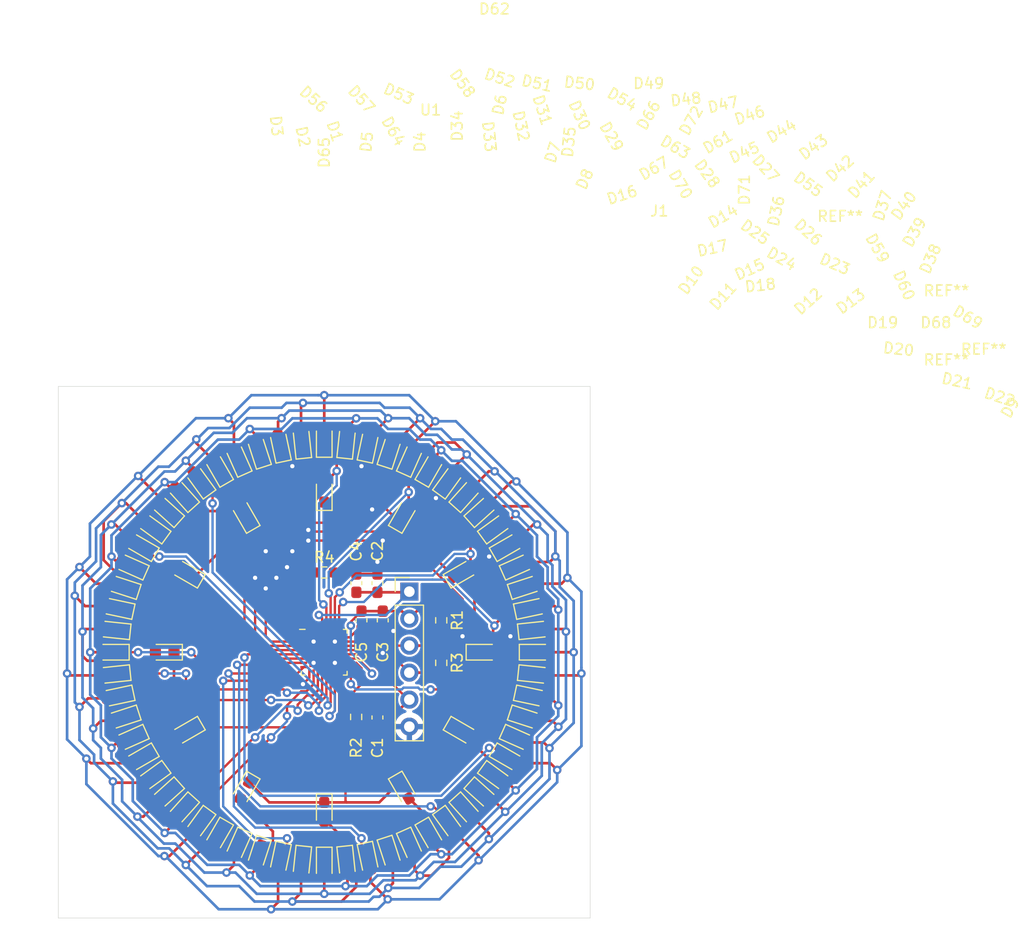
<source format=kicad_pcb>
(kicad_pcb (version 20171130) (host pcbnew 5.1.10)
  (layers (0 F.Cu signal) (31 B.Cu signal) (34 B.Paste user) (35 F.Paste user) (36 B.SilkS user) (37 F.SilkS user) (38 B.Mask user) (39 F.Mask user) (44 Edge.Cuts user))
  (net 0 "")
  (net 1 GND)
  (net 2 SDB)
  (net 3 +5V)
  (net 4 +3V3)
  (net 5 SW1)
  (net 6 CS1)
  (net 7 SW2)
  (net 8 SW3)
  (net 9 SW4)
  (net 10 CS2)
  (net 11 CS3)
  (net 12 CS4)
  (net 13 CS5)
  (net 14 CS6)
  (net 15 CS7)
  (net 16 CS8)
  (net 17 CS9)
  (net 18 CS10)
  (net 19 CS11)
  (net 20 CS12)
  (net 21 CS13)
  (net 22 CS14)
  (net 23 CS15)
  (net 24 CS16)
  (net 25 CS17)
  (net 26 CS18)
  (net 27 SCL)
  (net 28 SDA)
  (net 29 "Net-(R4-Pad1)")
  (module MountingHole:MountingHole_3.2mm_M3 (layer F.Cu) (at 119 99)
    (fp_text reference REF** (at 83 -7.5) (layer F.SilkS))
    (fp_text value MountingHole_3.2mm_M3)
    (pad 1 np_thru_hole circle (at 0 0) (size 3.2 3.2) (drill 3.2) (layers *.Cu *.Mask))
  )
  (module MountingHole:MountingHole_3.2mm_M3 (layer F.Cu) (at 161 99)
    (fp_text reference REF** (at 37.5 -6.5) (layer F.SilkS))
    (fp_text value MountingHole_3.2mm_M3)
    (pad 1 np_thru_hole circle (at 0 0) (size 3.2 3.2) (drill 3.2) (layers *.Cu *.Mask))
  )
  (module MountingHole:MountingHole_3.2mm_M3 (layer F.Cu) (at 119 141)
    (fp_text reference REF** (at 69.5 -62) (layer F.SilkS))
    (fp_text value MountingHole_3.2mm_M3)
    (pad 1 np_thru_hole circle (at 0 0) (size 3.2 3.2) (drill 3.2) (layers *.Cu *.Mask))
  )
  (module MountingHole:MountingHole_3.2mm_M3 (layer F.Cu) (at 161 141)
    (fp_text reference REF** (at 37.5 -55) (layer F.SilkS))
    (fp_text value MountingHole_3.2mm_M3)
    (pad 1 np_thru_hole circle (at 0 0) (size 3.2 3.2) (drill 3.2) (layers *.Cu *.Mask))
  )
  (module LED_Clock_HW:QFN-32_EP_4x4_Pitch0.4mm (layer F.Cu) (at 140 120)
    (fp_text reference U1 (at 10 -51) (layer F.SilkS))
    (fp_text value IS31FL3746A)
    (pad 33 smd rect (at 0 0) (size 2.8 2.8) (layers F.Cu F.Paste F.Mask) (net 1 GND))
    (pad 32 smd rect (at -1.4 -1.93) (size 0.22 0.64) (layers F.Cu F.Paste F.Mask) (net 6 CS1))
    (pad 31 smd rect (at -1 -1.93) (size 0.22 0.64) (layers F.Cu F.Paste F.Mask) (net 29 "Net-(R4-Pad1)"))
    (pad 30 smd rect (at -0.6 -1.93) (size 0.22 0.64) (layers F.Cu F.Paste F.Mask) (net 1 GND))
    (pad 29 smd rect (at -0.2 -1.93) (size 0.22 0.64) (layers F.Cu F.Paste F.Mask) (net 3 +5V))
    (pad 28 smd rect (at 0.2 -1.93) (size 0.22 0.64) (layers F.Cu F.Paste F.Mask) (net 5 SW1))
    (pad 27 smd rect (at 0.6 -1.93) (size 0.22 0.64) (layers F.Cu F.Paste F.Mask) (net 7 SW2))
    (pad 26 smd rect (at 1 -1.93) (size 0.22 0.64) (layers F.Cu F.Paste F.Mask) (net 8 SW3))
    (pad 25 smd rect (at 1.4 -1.93) (size 0.22 0.64) (layers F.Cu F.Paste F.Mask) (net 9 SW4))
    (pad 24 smd rect (at 1.93 -1.4 90) (size 0.22 0.64) (layers F.Cu F.Paste F.Mask) (net 1 GND))
    (pad 23 smd rect (at 1.93 -1 90) (size 0.22 0.64) (layers F.Cu F.Paste F.Mask) (net 28 SDA))
    (pad 22 smd rect (at 1.93 -0.6 90) (size 0.22 0.64) (layers F.Cu F.Paste F.Mask) (net 1 GND))
    (pad 21 smd rect (at 1.93 -0.2 90) (size 0.22 0.64) (layers F.Cu F.Paste F.Mask) (net 27 SCL))
    (pad 20 smd rect (at 1.93 0.2 90) (size 0.22 0.64) (layers F.Cu F.Paste F.Mask) (net 2 SDB))
    (pad 19 smd rect (at 1.93 0.6 90) (size 0.22 0.64) (layers F.Cu F.Paste F.Mask) (net 4 +3V3))
    (pad 18 smd rect (at 1.93 1 90) (size 0.22 0.64) (layers F.Cu F.Paste F.Mask) (net 26 CS18))
    (pad 17 smd rect (at 1.93 1.4 90) (size 0.22 0.64) (layers F.Cu F.Paste F.Mask) (net 25 CS17))
    (pad 16 smd rect (at 1.4 1.93) (size 0.22 0.64) (layers F.Cu F.Paste F.Mask) (net 24 CS16))
    (pad 15 smd rect (at 1 1.93) (size 0.22 0.64) (layers F.Cu F.Paste F.Mask) (net 23 CS15))
    (pad 14 smd rect (at 0.6 1.93) (size 0.22 0.64) (layers F.Cu F.Paste F.Mask) (net 22 CS14))
    (pad 13 smd rect (at 0.2 1.93) (size 0.22 0.64) (layers F.Cu F.Paste F.Mask) (net 21 CS13))
    (pad 12 smd rect (at -0.2 1.93) (size 0.22 0.64) (layers F.Cu F.Paste F.Mask) (net 20 CS12))
    (pad 11 smd rect (at -0.6 1.93) (size 0.22 0.64) (layers F.Cu F.Paste F.Mask) (net 19 CS11))
    (pad 10 smd rect (at -1 1.93) (size 0.22 0.64) (layers F.Cu F.Paste F.Mask) (net 18 CS10))
    (pad 9 smd rect (at -1.4 1.93) (size 0.22 0.64) (layers F.Cu F.Paste F.Mask) (net 1 GND))
    (pad 8 smd rect (at -1.93 1.4 90) (size 0.22 0.64) (layers F.Cu F.Paste F.Mask) (net 17 CS9))
    (pad 7 smd rect (at -1.93 1 90) (size 0.22 0.64) (layers F.Cu F.Paste F.Mask) (net 16 CS8))
    (pad 6 smd rect (at -1.93 0.6 90) (size 0.22 0.64) (layers F.Cu F.Paste F.Mask) (net 15 CS7))
    (pad 5 smd rect (at -1.93 0.2 90) (size 0.22 0.64) (layers F.Cu F.Paste F.Mask) (net 14 CS6))
    (pad 4 smd rect (at -1.93 -0.2 90) (size 0.22 0.64) (layers F.Cu F.Paste F.Mask) (net 13 CS5))
    (pad 3 smd rect (at -1.93 -0.6 90) (size 0.22 0.64) (layers F.Cu F.Paste F.Mask) (net 12 CS4))
    (pad 2 smd rect (at -1.93 -1 90) (size 0.22 0.64) (layers F.Cu F.Paste F.Mask) (net 11 CS3))
    (pad 1 smd rect (at -1.93 -1.4 90) (size 0.22 0.64) (layers F.Cu F.Paste F.Mask) (net 10 CS2))
  )
  (module Resistor_SMD:R_0603_1608Metric_Pad0.98x0.95mm_HandSolder (layer F.Cu) (at 140 112.5)
    (fp_text reference R4 (at 0 -1.43) (layer F.SilkS))
    (fp_text value 10k)
    (pad 2 smd roundrect (at 0.9125 0) (size 0.975 0.95) (layers F.Cu F.Paste F.Mask) (net 1 GND))
    (pad 1 smd roundrect (at -0.9125 0) (size 0.975 0.95) (layers F.Cu F.Paste F.Mask) (net 29 "Net-(R4-Pad1)"))
  )
  (module Resistor_SMD:R_0603_1608Metric_Pad0.98x0.95mm_HandSolder (layer F.Cu) (at 151 121 270)
    (fp_text reference R3 (at 0 -1.5 90) (layer F.SilkS))
    (fp_text value 2k2)
    (pad 2 smd roundrect (at 0.9125 0 270) (size 0.975 0.95) (layers F.Cu F.Paste F.Mask) (net 27 SCL))
    (pad 1 smd roundrect (at -0.9125 0 270) (size 0.975 0.95) (layers F.Cu F.Paste F.Mask) (net 4 +3V3))
  )
  (module Resistor_SMD:R_0603_1608Metric_Pad0.98x0.95mm_HandSolder (layer F.Cu) (at 143 126.0875 270)
    (fp_text reference R2 (at 2.9125 0 90) (layer F.SilkS))
    (fp_text value 100k)
    (pad 2 smd roundrect (at 0.9125 0 270) (size 0.975 0.95) (layers F.Cu F.Paste F.Mask) (net 1 GND))
    (pad 1 smd roundrect (at -0.9125 0 270) (size 0.975 0.95) (layers F.Cu F.Paste F.Mask) (net 2 SDB))
  )
  (module Resistor_SMD:R_0603_1608Metric_Pad0.98x0.95mm_HandSolder (layer F.Cu) (at 151 117 270)
    (fp_text reference R1 (at 0 -1.5 90) (layer F.SilkS))
    (fp_text value 2k2)
    (pad 2 smd roundrect (at 0.9125 0 270) (size 0.975 0.95) (layers F.Cu F.Paste F.Mask) (net 28 SDA))
    (pad 1 smd roundrect (at -0.9125 0 270) (size 0.975 0.95) (layers F.Cu F.Paste F.Mask) (net 4 +3V3))
  )
  (module Connector_PinHeader_2.54mm:PinHeader_1x06_P2.54mm_Vertical (layer F.Cu) (at 148 114.3)
    (fp_text reference J1 (at 23.5 -35.8) (layer F.SilkS))
    (fp_text value Conn_01x06)
    (pad 6 thru_hole oval (at 0 12.7) (size 1.7 1.7) (drill 1) (layers *.Cu *.Mask) (net 1 GND))
    (pad 5 thru_hole oval (at 0 10.16) (size 1.7 1.7) (drill 1) (layers *.Cu *.Mask) (net 2 SDB))
    (pad 4 thru_hole oval (at 0 7.62) (size 1.7 1.7) (drill 1) (layers *.Cu *.Mask) (net 27 SCL))
    (pad 3 thru_hole oval (at 0 5.08) (size 1.7 1.7) (drill 1) (layers *.Cu *.Mask) (net 28 SDA))
    (pad 2 thru_hole oval (at 0 2.54) (size 1.7 1.7) (drill 1) (layers *.Cu *.Mask) (net 4 +3V3))
    (pad 1 thru_hole rect (at 0 0) (size 1.7 1.7) (drill 1) (layers *.Cu *.Mask) (net 3 +5V))
  )
  (module Capacitor_SMD:C_0603_1608Metric_Pad1.08x0.95mm_HandSolder (layer F.Cu) (at 143.5 117 270)
    (fp_text reference C5 (at 3 0 90) (layer F.SilkS))
    (fp_text value 0u1)
    (pad 2 smd roundrect (at 0.8625 0 270) (size 1.075 0.95) (layers F.Cu F.Paste F.Mask) (net 1 GND))
    (pad 1 smd roundrect (at -0.8625 0 270) (size 1.075 0.95) (layers F.Cu F.Paste F.Mask) (net 4 +3V3))
  )
  (module Capacitor_SMD:C_0603_1608Metric_Pad1.08x0.95mm_HandSolder (layer F.Cu) (at 143.02 113.5 90)
    (fp_text reference C4 (at 3 -0.02 90) (layer F.SilkS))
    (fp_text value 0u1)
    (pad 2 smd roundrect (at 0.8625 0 90) (size 1.075 0.95) (layers F.Cu F.Paste F.Mask) (net 1 GND))
    (pad 1 smd roundrect (at -0.8625 0 90) (size 1.075 0.95) (layers F.Cu F.Paste F.Mask) (net 3 +5V))
  )
  (module Capacitor_SMD:C_0603_1608Metric_Pad1.08x0.95mm_HandSolder (layer F.Cu) (at 145.5 117 270)
    (fp_text reference C3 (at 3 0 90) (layer F.SilkS))
    (fp_text value 4u7)
    (pad 2 smd roundrect (at 0.8625 0 270) (size 1.075 0.95) (layers F.Cu F.Paste F.Mask) (net 1 GND))
    (pad 1 smd roundrect (at -0.8625 0 270) (size 1.075 0.95) (layers F.Cu F.Paste F.Mask) (net 4 +3V3))
  )
  (module Capacitor_SMD:C_0603_1608Metric_Pad1.08x0.95mm_HandSolder (layer F.Cu) (at 145 113.5 90)
    (fp_text reference C2 (at 3 0 90) (layer F.SilkS))
    (fp_text value 4u7)
    (pad 2 smd roundrect (at 0.8625 0 90) (size 1.075 0.95) (layers F.Cu F.Paste F.Mask) (net 1 GND))
    (pad 1 smd roundrect (at -0.8625 0 90) (size 1.075 0.95) (layers F.Cu F.Paste F.Mask) (net 3 +5V))
  )
  (module Capacitor_SMD:C_0603_1608Metric_Pad1.08x0.95mm_HandSolder (layer F.Cu) (at 145 126.1375 270)
    (fp_text reference C1 (at 2.8625 0 90) (layer F.SilkS))
    (fp_text value 0u1)
    (pad 2 smd roundrect (at 0.8625 0 270) (size 1.075 0.95) (layers F.Cu F.Paste F.Mask) (net 1 GND))
    (pad 1 smd roundrect (at -0.8625 0 270) (size 1.075 0.95) (layers F.Cu F.Paste F.Mask) (net 2 SDB))
  )
  (module LED_SMD:LED_0603_1608Metric_Pad1.05x0.95mm_HandSolder (layer F.Cu) (at 132.5 132.990381 240)
    (fp_text reference D72 (at -75.55127 -4.877876 240) (layer F.SilkS))
    (fp_text value LED)
    (pad 2 smd roundrect (at 0.875 0 240) (size 1.05 0.95) (layers F.Cu F.Paste F.Mask) (net 9 SW4))
    (pad 1 smd roundrect (at -0.875 0 240) (size 1.05 0.95) (layers F.Cu F.Paste F.Mask) (net 26 CS18))
  )
  (module LED_SMD:LED_0603_1608Metric_Pad1.05x0.95mm_HandSolder (layer F.Cu) (at 140 135 270)
    (fp_text reference D71 (at -58.5 -39.5 270) (layer F.SilkS))
    (fp_text value LED)
    (pad 2 smd roundrect (at 0.875 0 270) (size 1.05 0.95) (layers F.Cu F.Paste F.Mask) (net 8 SW3))
    (pad 1 smd roundrect (at -0.875 0 270) (size 1.05 0.95) (layers F.Cu F.Paste F.Mask) (net 26 CS18))
  )
  (module LED_SMD:LED_0603_1608Metric_Pad1.05x0.95mm_HandSolder (layer F.Cu) (at 147.5 132.990381 300)
    (fp_text reference D70 (at -36.355118 -51.011851 300) (layer F.SilkS))
    (fp_text value LED)
    (pad 2 smd roundrect (at 0.875 0 300) (size 1.05 0.95) (layers F.Cu F.Paste F.Mask) (net 7 SW2))
    (pad 1 smd roundrect (at -0.875 0 300) (size 1.05 0.95) (layers F.Cu F.Paste F.Mask) (net 26 CS18))
  )
  (module LED_SMD:LED_0603_1608Metric_Pad1.05x0.95mm_HandSolder (layer F.Cu) (at 152.990381 127.5 330)
    (fp_text reference D69 (at 21.644537 -57.5298 330) (layer F.SilkS))
    (fp_text value LED)
    (pad 2 smd roundrect (at 0.875 0 330) (size 1.05 0.95) (layers F.Cu F.Paste F.Mask) (net 5 SW1))
    (pad 1 smd roundrect (at -0.875 0 330) (size 1.05 0.95) (layers F.Cu F.Paste F.Mask) (net 26 CS18))
  )
  (module LED_SMD:LED_0603_1608Metric_Pad1.05x0.95mm_HandSolder (layer F.Cu) (at 155 120)
    (fp_text reference D68 (at 42.5 -31) (layer F.SilkS))
    (fp_text value LED)
    (pad 2 smd roundrect (at 0.875 0) (size 1.05 0.95) (layers F.Cu F.Paste F.Mask) (net 9 SW4))
    (pad 1 smd roundrect (at -0.875 0) (size 1.05 0.95) (layers F.Cu F.Paste F.Mask) (net 25 CS17))
  )
  (module LED_SMD:LED_0603_1608Metric_Pad1.05x0.95mm_HandSolder (layer F.Cu) (at 152.990381 112.5 30)
    (fp_text reference D67 (at 34.596788 -23.904156 30) (layer F.SilkS))
    (fp_text value LED)
    (pad 2 smd roundrect (at 0.875 0 30) (size 1.05 0.95) (layers F.Cu F.Paste F.Mask) (net 8 SW3))
    (pad 1 smd roundrect (at -0.875 0 30) (size 1.05 0.95) (layers F.Cu F.Paste F.Mask) (net 25 CS17))
  )
  (module LED_SMD:LED_0603_1608Metric_Pad1.05x0.95mm_HandSolder (layer F.Cu) (at 147.5 107.009618 60)
    (fp_text reference D66 (at 43.984282 1.163775 60) (layer F.SilkS))
    (fp_text value LED)
    (pad 2 smd roundrect (at 0.875 0 60) (size 1.05 0.95) (layers F.Cu F.Paste F.Mask) (net 7 SW2))
    (pad 1 smd roundrect (at -0.875 0 60) (size 1.05 0.95) (layers F.Cu F.Paste F.Mask) (net 25 CS17))
  )
  (module LED_SMD:LED_0603_1608Metric_Pad1.05x0.95mm_HandSolder (layer F.Cu) (at 140 105 90)
    (fp_text reference D65 (at 32 0 90) (layer F.SilkS))
    (fp_text value LED)
    (pad 2 smd roundrect (at 0.875 0 90) (size 1.05 0.95) (layers F.Cu F.Paste F.Mask) (net 5 SW1))
    (pad 1 smd roundrect (at -0.875 0 90) (size 1.05 0.95) (layers F.Cu F.Paste F.Mask) (net 25 CS17))
  )
  (module LED_SMD:LED_0603_1608Metric_Pad1.05x0.95mm_HandSolder (layer F.Cu) (at 132.5 107.009618 120)
    (fp_text reference D64 (at 24.185244 30.129165 120) (layer F.SilkS))
    (fp_text value LED)
    (pad 2 smd roundrect (at 0.875 0 120) (size 1.05 0.95) (layers F.Cu F.Paste F.Mask) (net 9 SW4))
    (pad 1 smd roundrect (at -0.875 0 120) (size 1.05 0.95) (layers F.Cu F.Paste F.Mask) (net 24 CS16))
  )
  (module LED_SMD:LED_0603_1608Metric_Pad1.05x0.95mm_HandSolder (layer F.Cu) (at 127.009618 112.5 150)
    (fp_text reference D63 (at -19.828839 57.636207 150) (layer F.SilkS))
    (fp_text value LED)
    (pad 2 smd roundrect (at 0.875 0 150) (size 1.05 0.95) (layers F.Cu F.Paste F.Mask) (net 8 SW3))
    (pad 1 smd roundrect (at -0.875 0 150) (size 1.05 0.95) (layers F.Cu F.Paste F.Mask) (net 24 CS16))
  )
  (module LED_SMD:LED_0603_1608Metric_Pad1.05x0.95mm_HandSolder (layer F.Cu) (at 125 120 180)
    (fp_text reference D62 (at -31 60.5 180) (layer F.SilkS))
    (fp_text value LED)
    (pad 2 smd roundrect (at 0.875 0 180) (size 1.05 0.95) (layers F.Cu F.Paste F.Mask) (net 7 SW2))
    (pad 1 smd roundrect (at -0.875 0 180) (size 1.05 0.95) (layers F.Cu F.Paste F.Mask) (net 24 CS16))
  )
  (module LED_SMD:LED_0603_1608Metric_Pad1.05x0.95mm_HandSolder (layer F.Cu) (at 127.009618 127.5 210)
    (fp_text reference D61 (at -71.042941 23.069219 210) (layer F.SilkS))
    (fp_text value LED)
    (pad 2 smd roundrect (at 0.875 0 210) (size 1.05 0.95) (layers F.Cu F.Paste F.Mask) (net 5 SW1))
    (pad 1 smd roundrect (at -0.875 0 210) (size 1.05 0.95) (layers F.Cu F.Paste F.Mask) (net 24 CS16))
  )
  (module LED_SMD:LED_0603_1608Metric_Pad1.05x0.95mm_HandSolder (layer F.Cu) (at 131.865267 101.72909 114)
    (fp_text reference D60 (at -10.64983 63.820641 114) (layer F.SilkS))
    (fp_text value LED)
    (pad 2 smd roundrect (at 0.875 0 114) (size 1.05 0.95) (layers F.Cu F.Paste F.Mask) (net 9 SW4))
    (pad 1 smd roundrect (at -0.875 0 114) (size 1.05 0.95) (layers F.Cu F.Paste F.Mask) (net 23 CS15))
  )
  (module LED_SMD:LED_0603_1608Metric_Pad1.05x0.95mm_HandSolder (layer F.Cu) (at 129.999999 102.679491 120)
    (fp_text reference D59 (at -13.091036 64.033321 120) (layer F.SilkS))
    (fp_text value LED)
    (pad 2 smd roundrect (at 0.875 0 120) (size 1.05 0.95) (layers F.Cu F.Paste F.Mask) (net 8 SW3))
    (pad 1 smd roundrect (at -0.875 0 120) (size 1.05 0.95) (layers F.Cu F.Paste F.Mask) (net 23 CS15))
  )
  (module LED_SMD:LED_0603_1608Metric_Pad1.05x0.95mm_HandSolder (layer F.Cu) (at 128.244294 103.81966 126)
    (fp_text reference D58 (at 15.6412 41.963733 126) (layer F.SilkS))
    (fp_text value LED)
    (pad 2 smd roundrect (at 0.875 0 126) (size 1.05 0.95) (layers F.Cu F.Paste F.Mask) (net 7 SW2))
    (pad 1 smd roundrect (at -0.875 0 126) (size 1.05 0.95) (layers F.Cu F.Paste F.Mask) (net 23 CS15))
  )
  (module LED_SMD:LED_0603_1608Metric_Pad1.05x0.95mm_HandSolder (layer F.Cu) (at 126.617387 105.137103 132)
    (fp_text reference D57 (at 16.301573 37.395799 132) (layer F.SilkS))
    (fp_text value LED)
    (pad 2 smd roundrect (at 0.875 0 132) (size 1.05 0.95) (layers F.Cu F.Paste F.Mask) (net 5 SW1))
    (pad 1 smd roundrect (at -0.875 0 132) (size 1.05 0.95) (layers F.Cu F.Paste F.Mask) (net 23 CS15))
  )
  (module LED_SMD:LED_0603_1608Metric_Pad1.05x0.95mm_HandSolder (layer F.Cu) (at 125.137103 106.617387 138)
    (fp_text reference D56 (at 15.537935 37.9744 138) (layer F.SilkS))
    (fp_text value LED)
    (pad 2 smd roundrect (at 0.875 0 138) (size 1.05 0.95) (layers F.Cu F.Paste F.Mask) (net 9 SW4))
    (pad 1 smd roundrect (at -0.875 0 138) (size 1.05 0.95) (layers F.Cu F.Paste F.Mask) (net 22 CS14))
  )
  (module LED_SMD:LED_0603_1608Metric_Pad1.05x0.95mm_HandSolder (layer F.Cu) (at 123.81966 108.244294 144)
    (fp_text reference D55 (at -30.947723 62.340976 144) (layer F.SilkS))
    (fp_text value LED)
    (pad 2 smd roundrect (at 0.875 0 144) (size 1.05 0.95) (layers F.Cu F.Paste F.Mask) (net 8 SW3))
    (pad 1 smd roundrect (at -0.875 0 144) (size 1.05 0.95) (layers F.Cu F.Paste F.Mask) (net 22 CS14))
  )
  (module LED_SMD:LED_0603_1608Metric_Pad1.05x0.95mm_HandSolder (layer F.Cu) (at 122.679491 110 150)
    (fp_text reference D54 (at -18.248712 59.033321 150) (layer F.SilkS))
    (fp_text value LED)
    (pad 2 smd roundrect (at 0.875 0 150) (size 1.05 0.95) (layers F.Cu F.Paste F.Mask) (net 7 SW2))
    (pad 1 smd roundrect (at -0.875 0 150) (size 1.05 0.95) (layers F.Cu F.Paste F.Mask) (net 22 CS14))
  )
  (module LED_SMD:LED_0603_1608Metric_Pad1.05x0.95mm_HandSolder (layer F.Cu) (at 121.72909 111.865267 156)
    (fp_text reference D53 (at -5.041145 50.808293 156) (layer F.SilkS))
    (fp_text value LED)
    (pad 2 smd roundrect (at 0.875 0 156) (size 1.05 0.95) (layers F.Cu F.Paste F.Mask) (net 5 SW1))
    (pad 1 smd roundrect (at -0.875 0 156) (size 1.05 0.95) (layers F.Cu F.Paste F.Mask) (net 22 CS14))
  )
  (module LED_SMD:LED_0603_1608Metric_Pad1.05x0.95mm_HandSolder (layer F.Cu) (at 120.978869 113.81966 162)
    (fp_text reference D52 (at -19.005515 56.455832 162) (layer F.SilkS))
    (fp_text value LED)
    (pad 2 smd roundrect (at 0.875 0 162) (size 1.05 0.95) (layers F.Cu F.Paste F.Mask) (net 9 SW4))
    (pad 1 smd roundrect (at -0.875 0 162) (size 1.05 0.95) (layers F.Cu F.Paste F.Mask) (net 21 CS13))
  )
  (module LED_SMD:LED_0603_1608Metric_Pad1.05x0.95mm_HandSolder (layer F.Cu) (at 120.437047 115.841766 168)
    (fp_text reference D51 (at -28.439678 56.48913 168) (layer F.SilkS))
    (fp_text value LED)
    (pad 2 smd roundrect (at 0.875 0 168) (size 1.05 0.95) (layers F.Cu F.Paste F.Mask) (net 8 SW3))
    (pad 1 smd roundrect (at -0.875 0 168) (size 1.05 0.95) (layers F.Cu F.Paste F.Mask) (net 21 CS13))
  )
  (module LED_SMD:LED_0603_1608Metric_Pad1.05x0.95mm_HandSolder (layer F.Cu) (at 120.109562 117.90943 174)
    (fp_text reference D50 (at -38.276253 55.715604 174) (layer F.SilkS))
    (fp_text value LED)
    (pad 2 smd roundrect (at 0.875 0 174) (size 1.05 0.95) (layers F.Cu F.Paste F.Mask) (net 7 SW2))
    (pad 1 smd roundrect (at -0.875 0 174) (size 1.05 0.95) (layers F.Cu F.Paste F.Mask) (net 21 CS13))
  )
  (module LED_SMD:LED_0603_1608Metric_Pad1.05x0.95mm_HandSolder (layer F.Cu) (at 120 120 180)
    (fp_text reference D49 (at -50.5 53.5 180) (layer F.SilkS))
    (fp_text value LED)
    (pad 2 smd roundrect (at 0.875 0 180) (size 1.05 0.95) (layers F.Cu F.Paste F.Mask) (net 5 SW1))
    (pad 1 smd roundrect (at -0.875 0 180) (size 1.05 0.95) (layers F.Cu F.Paste F.Mask) (net 21 CS13))
  )
  (module LED_SMD:LED_0603_1608Metric_Pad1.05x0.95mm_HandSolder (layer F.Cu) (at 120.109562 122.090569 186)
    (fp_text reference D48 (at -59.249225 48.161171 186) (layer F.SilkS))
    (fp_text value LED)
    (pad 2 smd roundrect (at 0.875 0 186) (size 1.05 0.95) (layers F.Cu F.Paste F.Mask) (net 9 SW4))
    (pad 1 smd roundrect (at -0.875 0 186) (size 1.05 0.95) (layers F.Cu F.Paste F.Mask) (net 20 CS12))
  )
  (module LED_SMD:LED_0603_1608Metric_Pad1.05x0.95mm_HandSolder (layer F.Cu) (at 120.437047 124.158233 192)
    (fp_text reference D47 (at -67.387988 42.577912 192) (layer F.SilkS))
    (fp_text value LED)
    (pad 2 smd roundrect (at 0.875 0 192) (size 1.05 0.95) (layers F.Cu F.Paste F.Mask) (net 8 SW3))
    (pad 1 smd roundrect (at -0.875 0 192) (size 1.05 0.95) (layers F.Cu F.Paste F.Mask) (net 20 CS12))
  )
  (module LED_SMD:LED_0603_1608Metric_Pad1.05x0.95mm_HandSolder (layer F.Cu) (at 120.978869 126.180339 198)
    (fp_text reference D46 (at -73.647619 35.667673 198) (layer F.SilkS))
    (fp_text value LED)
    (pad 2 smd roundrect (at 0.875 0 198) (size 1.05 0.95) (layers F.Cu F.Paste F.Mask) (net 7 SW2))
    (pad 1 smd roundrect (at -0.875 0 198) (size 1.05 0.95) (layers F.Cu F.Paste F.Mask) (net 20 CS12))
  )
  (module LED_SMD:LED_0603_1608Metric_Pad1.05x0.95mm_HandSolder (layer F.Cu) (at 121.72909 128.134732 204)
    (fp_text reference D45 (at -75.201668 26.870538 204) (layer F.SilkS))
    (fp_text value LED)
    (pad 2 smd roundrect (at 0.875 0 204) (size 1.05 0.95) (layers F.Cu F.Paste F.Mask) (net 5 SW1))
    (pad 1 smd roundrect (at -0.875 0 204) (size 1.05 0.95) (layers F.Cu F.Paste F.Mask) (net 20 CS12))
  )
  (module LED_SMD:LED_0603_1608Metric_Pad1.05x0.95mm_HandSolder (layer F.Cu) (at 122.679491 130 210)
    (fp_text reference D44 (at -81.739093 20.935244 210) (layer F.SilkS))
    (fp_text value LED)
    (pad 2 smd roundrect (at 0.875 0 210) (size 1.05 0.95) (layers F.Cu F.Paste F.Mask) (net 9 SW4))
    (pad 1 smd roundrect (at -0.875 0 210) (size 1.05 0.95) (layers F.Cu F.Paste F.Mask) (net 19 CS11))
  )
  (module LED_SMD:LED_0603_1608Metric_Pad1.05x0.95mm_HandSolder (layer F.Cu) (at 123.81966 131.755705 216)
    (fp_text reference D43 (at -85.134581 11.390186 216) (layer F.SilkS))
    (fp_text value LED)
    (pad 2 smd roundrect (at 0.875 0 216) (size 1.05 0.95) (layers F.Cu F.Paste F.Mask) (net 8 SW3))
    (pad 1 smd roundrect (at -0.875 0 216) (size 1.05 0.95) (layers F.Cu F.Paste F.Mask) (net 19 CS11))
  )
  (module LED_SMD:LED_0603_1608Metric_Pad1.05x0.95mm_HandSolder (layer F.Cu) (at 125.137103 133.382612 222)
    (fp_text reference D42 (at -86.487967 1.360255 222) (layer F.SilkS))
    (fp_text value LED)
    (pad 2 smd roundrect (at 0.875 0 222) (size 1.05 0.95) (layers F.Cu F.Paste F.Mask) (net 7 SW2))
    (pad 1 smd roundrect (at -0.875 0 222) (size 1.05 0.95) (layers F.Cu F.Paste F.Mask) (net 19 CS11))
  )
  (module LED_SMD:LED_0603_1608Metric_Pad1.05x0.95mm_HandSolder (layer F.Cu) (at 126.617387 134.862896 228)
    (fp_text reference D41 (at -86.489468 -8.087068 228) (layer F.SilkS))
    (fp_text value LED)
    (pad 2 smd roundrect (at 0.875 0 228) (size 1.05 0.95) (layers F.Cu F.Paste F.Mask) (net 5 SW1))
    (pad 1 smd roundrect (at -0.875 0 228) (size 1.05 0.95) (layers F.Cu F.Paste F.Mask) (net 19 CS11))
  )
  (module LED_SMD:LED_0603_1608Metric_Pad1.05x0.95mm_HandSolder (layer F.Cu) (at 128.244294 136.180339 234)
    (fp_text reference D40 (at -86.01301 -19.404447 234) (layer F.SilkS))
    (fp_text value LED)
    (pad 2 smd roundrect (at 0.875 0 234) (size 1.05 0.95) (layers F.Cu F.Paste F.Mask) (net 9 SW4))
    (pad 1 smd roundrect (at -0.875 0 234) (size 1.05 0.95) (layers F.Cu F.Paste F.Mask) (net 18 CS10))
  )
  (module LED_SMD:LED_0603_1608Metric_Pad1.05x0.95mm_HandSolder (layer F.Cu) (at 130 137.320508 240)
    (fp_text reference D39 (at -81.958003 -28.31441 240) (layer F.SilkS))
    (fp_text value LED)
    (pad 2 smd roundrect (at 0.875 0 240) (size 1.05 0.95) (layers F.Cu F.Paste F.Mask) (net 8 SW3))
    (pad 1 smd roundrect (at -0.875 0 240) (size 1.05 0.95) (layers F.Cu F.Paste F.Mask) (net 18 CS10))
  )
  (module LED_SMD:LED_0603_1608Metric_Pad1.05x0.95mm_HandSolder (layer F.Cu) (at 131.865267 138.270909 246)
    (fp_text reference D38 (at -76.985171 -37.022835 246) (layer F.SilkS))
    (fp_text value LED)
    (pad 2 smd roundrect (at 0.875 0 246) (size 1.05 0.95) (layers F.Cu F.Paste F.Mask) (net 7 SW2))
    (pad 1 smd roundrect (at -0.875 0 246) (size 1.05 0.95) (layers F.Cu F.Paste F.Mask) (net 18 CS10))
  )
  (module LED_SMD:LED_0603_1608Metric_Pad1.05x0.95mm_HandSolder (layer F.Cu) (at 133.81966 139.02113 252)
    (fp_text reference D37 (at -76.167766 -36.951754 252) (layer F.SilkS))
    (fp_text value LED)
    (pad 2 smd roundrect (at 0.875 0 252) (size 1.05 0.95) (layers F.Cu F.Paste F.Mask) (net 5 SW1))
    (pad 1 smd roundrect (at -0.875 0 252) (size 1.05 0.95) (layers F.Cu F.Paste F.Mask) (net 18 CS10))
  )
  (module LED_SMD:LED_0603_1608Metric_Pad1.05x0.95mm_HandSolder (layer F.Cu) (at 135.841766 139.562952 258)
    (fp_text reference D36 (at -69.429372 -32.942938 258) (layer F.SilkS))
    (fp_text value LED)
    (pad 2 smd roundrect (at 0.875 0 258) (size 1.05 0.95) (layers F.Cu F.Paste F.Mask) (net 9 SW4))
    (pad 1 smd roundrect (at -0.875 0 258) (size 1.05 0.95) (layers F.Cu F.Paste F.Mask) (net 17 CS9))
  )
  (module LED_SMD:LED_0603_1608Metric_Pad1.05x0.95mm_HandSolder (layer F.Cu) (at 137.90943 139.890437 264)
    (fp_text reference D35 (at -70.141205 -17.856638 264) (layer F.SilkS))
    (fp_text value LED)
    (pad 2 smd roundrect (at 0.875 0 264) (size 1.05 0.95) (layers F.Cu F.Paste F.Mask) (net 8 SW3))
    (pad 1 smd roundrect (at -0.875 0 264) (size 1.05 0.95) (layers F.Cu F.Paste F.Mask) (net 17 CS9))
  )
  (module LED_SMD:LED_0603_1608Metric_Pad1.05x0.95mm_HandSolder (layer F.Cu) (at 140 140 270)
    (fp_text reference D34 (at -69.5 -12.5 270) (layer F.SilkS))
    (fp_text value LED)
    (pad 2 smd roundrect (at 0.875 0 270) (size 1.05 0.95) (layers F.Cu F.Paste F.Mask) (net 7 SW2))
    (pad 1 smd roundrect (at -0.875 0 270) (size 1.05 0.95) (layers F.Cu F.Paste F.Mask) (net 17 CS9))
  )
  (module LED_SMD:LED_0603_1608Metric_Pad1.05x0.95mm_HandSolder (layer F.Cu) (at 142.090569 139.890437 276)
    (fp_text reference D33 (at -66.61412 -20.48472 276) (layer F.SilkS))
    (fp_text value LED)
    (pad 2 smd roundrect (at 0.875 0 276) (size 1.05 0.95) (layers F.Cu F.Paste F.Mask) (net 5 SW1))
    (pad 1 smd roundrect (at -0.875 0 276) (size 1.05 0.95) (layers F.Cu F.Paste F.Mask) (net 17 CS9))
  )
  (module LED_SMD:LED_0603_1608Metric_Pad1.05x0.95mm_HandSolder (layer F.Cu) (at 144.158233 139.562952 282)
    (fp_text reference D32 (at -64.57194 -28.38736 282) (layer F.SilkS))
    (fp_text value LED)
    (pad 2 smd roundrect (at 0.875 0 282) (size 1.05 0.95) (layers F.Cu F.Paste F.Mask) (net 9 SW4))
    (pad 1 smd roundrect (at -0.875 0 282) (size 1.05 0.95) (layers F.Cu F.Paste F.Mask) (net 16 CS8))
  )
  (module LED_SMD:LED_0603_1608Metric_Pad1.05x0.95mm_HandSolder (layer F.Cu) (at 146.180339 139.02113 288)
    (fp_text reference D31 (at -62.169033 -35.256526 288) (layer F.SilkS))
    (fp_text value LED)
    (pad 2 smd roundrect (at 0.875 0 288) (size 1.05 0.95) (layers F.Cu F.Paste F.Mask) (net 8 SW3))
    (pad 1 smd roundrect (at -0.875 0 288) (size 1.05 0.95) (layers F.Cu F.Paste F.Mask) (net 16 CS8))
  )
  (module LED_SMD:LED_0603_1608Metric_Pad1.05x0.95mm_HandSolder (layer F.Cu) (at 148.134732 138.270909 294)
    (fp_text reference D30 (at -56.372366 -42.465292 294) (layer F.SilkS))
    (fp_text value LED)
    (pad 2 smd roundrect (at 0.875 0 294) (size 1.05 0.95) (layers F.Cu F.Paste F.Mask) (net 7 SW2))
    (pad 1 smd roundrect (at -0.875 0 294) (size 1.05 0.95) (layers F.Cu F.Paste F.Mask) (net 16 CS8))
  )
  (module LED_SMD:LED_0603_1608Metric_Pad1.05x0.95mm_HandSolder (layer F.Cu) (at 150 137.320508 300)
    (fp_text reference D29 (at -48.502232 -47.632686 300) (layer F.SilkS))
    (fp_text value LED)
    (pad 2 smd roundrect (at 0.875 0 300) (size 1.05 0.95) (layers F.Cu F.Paste F.Mask) (net 5 SW1))
    (pad 1 smd roundrect (at -0.875 0 300) (size 1.05 0.95) (layers F.Cu F.Paste F.Mask) (net 16 CS8))
  )
  (module LED_SMD:LED_0603_1608Metric_Pad1.05x0.95mm_HandSolder (layer F.Cu) (at 151.755705 136.180339 306)
    (fp_text reference D28 (at -35.245495 -55.574948 306) (layer F.SilkS))
    (fp_text value LED)
    (pad 2 smd roundrect (at 0.875 0 306) (size 1.05 0.95) (layers F.Cu F.Paste F.Mask) (net 9 SW4))
    (pad 1 smd roundrect (at -0.875 0 306) (size 1.05 0.95) (layers F.Cu F.Paste F.Mask) (net 15 CS7))
  )
  (module LED_SMD:LED_0603_1608Metric_Pad1.05x0.95mm_HandSolder (layer F.Cu) (at 153.382612 134.862896 312)
    (fp_text reference D27 (at -26.044169 -61.285953 312) (layer F.SilkS))
    (fp_text value LED)
    (pad 2 smd roundrect (at 0.875 0 312) (size 1.05 0.95) (layers F.Cu F.Paste F.Mask) (net 8 SW3))
    (pad 1 smd roundrect (at -0.875 0 312) (size 1.05 0.95) (layers F.Cu F.Paste F.Mask) (net 15 CS7))
  )
  (module LED_SMD:LED_0603_1608Metric_Pad1.05x0.95mm_HandSolder (layer F.Cu) (at 154.862896 133.382612 318)
    (fp_text reference D26 (at -12.617569 -59.799663 318) (layer F.SilkS))
    (fp_text value LED)
    (pad 2 smd roundrect (at 0.875 0 318) (size 1.05 0.95) (layers F.Cu F.Paste F.Mask) (net 7 SW2))
    (pad 1 smd roundrect (at -0.875 0 318) (size 1.05 0.95) (layers F.Cu F.Paste F.Mask) (net 15 CS7))
  )
  (module LED_SMD:LED_0603_1608Metric_Pad1.05x0.95mm_HandSolder (layer F.Cu) (at 156.180339 131.755705 324)
    (fp_text reference D25 (at -10.452328 -55.761474 324) (layer F.SilkS))
    (fp_text value LED)
    (pad 2 smd roundrect (at 0.875 0 324) (size 1.05 0.95) (layers F.Cu F.Paste F.Mask) (net 5 SW1))
    (pad 1 smd roundrect (at -0.875 0 324) (size 1.05 0.95) (layers F.Cu F.Paste F.Mask) (net 15 CS7))
  )
  (module LED_SMD:LED_0603_1608Metric_Pad1.05x0.95mm_HandSolder (layer F.Cu) (at 157.320508 130 330)
    (fp_text reference D24 (at -1.260908 -53.54294 330) (layer F.SilkS))
    (fp_text value LED)
    (pad 2 smd roundrect (at 0.875 0 330) (size 1.05 0.95) (layers F.Cu F.Paste F.Mask) (net 9 SW4))
    (pad 1 smd roundrect (at -0.875 0 330) (size 1.05 0.95) (layers F.Cu F.Paste F.Mask) (net 14 CS6))
  )
  (module LED_SMD:LED_0603_1608Metric_Pad1.05x0.95mm_HandSolder (layer F.Cu) (at 158.270909 128.134732 336)
    (fp_text reference D23 (at 9.004295 -52.867767 336) (layer F.SilkS))
    (fp_text value LED)
    (pad 2 smd roundrect (at 0.875 0 336) (size 1.05 0.95) (layers F.Cu F.Paste F.Mask) (net 8 SW3))
    (pad 1 smd roundrect (at -0.875 0 336) (size 1.05 0.95) (layers F.Cu F.Paste F.Mask) (net 14 CS6))
  )
  (module LED_SMD:LED_0603_1608Metric_Pad1.05x0.95mm_HandSolder (layer F.Cu) (at 159.02113 126.180339 342)
    (fp_text reference D22 (at 32.975682 -42.447935 342) (layer F.SilkS))
    (fp_text value LED)
    (pad 2 smd roundrect (at 0.875 0 342) (size 1.05 0.95) (layers F.Cu F.Paste F.Mask) (net 7 SW2))
    (pad 1 smd roundrect (at -0.875 0 342) (size 1.05 0.95) (layers F.Cu F.Paste F.Mask) (net 14 CS6))
  )
  (module LED_SMD:LED_0603_1608Metric_Pad1.05x0.95mm_HandSolder (layer F.Cu) (at 159.562952 124.158233 348)
    (fp_text reference D21 (at 32.898034 -37.313509 348) (layer F.SilkS))
    (fp_text value LED)
    (pad 2 smd roundrect (at 0.875 0 348) (size 1.05 0.95) (layers F.Cu F.Paste F.Mask) (net 5 SW1))
    (pad 1 smd roundrect (at -0.875 0 348) (size 1.05 0.95) (layers F.Cu F.Paste F.Mask) (net 14 CS6))
  )
  (module LED_SMD:LED_0603_1608Metric_Pad1.05x0.95mm_HandSolder (layer F.Cu) (at 159.890437 122.090569 354)
    (fp_text reference D20 (at 30.725122 -33.988411 354) (layer F.SilkS))
    (fp_text value LED)
    (pad 2 smd roundrect (at 0.875 0 354) (size 1.05 0.95) (layers F.Cu F.Paste F.Mask) (net 9 SW4))
    (pad 1 smd roundrect (at -0.875 0 354) (size 1.05 0.95) (layers F.Cu F.Paste F.Mask) (net 13 CS5))
  )
  (module LED_SMD:LED_0603_1608Metric_Pad1.05x0.95mm_HandSolder (layer F.Cu) (at 160 120)
    (fp_text reference D19 (at 32.5 -31) (layer F.SilkS))
    (fp_text value LED)
    (pad 2 smd roundrect (at 0.875 0) (size 1.05 0.95) (layers F.Cu F.Paste F.Mask) (net 8 SW3))
    (pad 1 smd roundrect (at -0.875 0) (size 1.05 0.95) (layers F.Cu F.Paste F.Mask) (net 13 CS5))
  )
  (module LED_SMD:LED_0603_1608Metric_Pad1.05x0.95mm_HandSolder (layer F.Cu) (at 159.890437 117.90943 6)
    (fp_text reference D18 (at 24.381631 -30.025338 6) (layer F.SilkS))
    (fp_text value LED)
    (pad 2 smd roundrect (at 0.875 0 6) (size 1.05 0.95) (layers F.Cu F.Paste F.Mask) (net 7 SW2))
    (pad 1 smd roundrect (at -0.875 0 6) (size 1.05 0.95) (layers F.Cu F.Paste F.Mask) (net 13 CS5))
  )
  (module LED_SMD:LED_0603_1608Metric_Pad1.05x0.95mm_HandSolder (layer F.Cu) (at 159.562952 115.841766 12)
    (fp_text reference D17 (at 23.603032 -29.580832 12) (layer F.SilkS))
    (fp_text value LED)
    (pad 2 smd roundrect (at 0.875 0 12) (size 1.05 0.95) (layers F.Cu F.Paste F.Mask) (net 5 SW1))
    (pad 1 smd roundrect (at -0.875 0 12) (size 1.05 0.95) (layers F.Cu F.Paste F.Mask) (net 13 CS5))
  )
  (module LED_SMD:LED_0603_1608Metric_Pad1.05x0.95mm_HandSolder (layer F.Cu) (at 159.02113 113.81966 18)
    (fp_text reference D16 (at 19.917313 -32.242954 18) (layer F.SilkS))
    (fp_text value LED)
    (pad 2 smd roundrect (at 0.875 0 18) (size 1.05 0.95) (layers F.Cu F.Paste F.Mask) (net 9 SW4))
    (pad 1 smd roundrect (at -0.875 0 18) (size 1.05 0.95) (layers F.Cu F.Paste F.Mask) (net 12 CS4))
  )
  (module LED_SMD:LED_0603_1608Metric_Pad1.05x0.95mm_HandSolder (layer F.Cu) (at 158.270909 111.865267 24)
    (fp_text reference D15 (at 31.184338 -16.618171 24) (layer F.SilkS))
    (fp_text value LED)
    (pad 2 smd roundrect (at 0.875 0 24) (size 1.05 0.95) (layers F.Cu F.Paste F.Mask) (net 8 SW3))
    (pad 1 smd roundrect (at -0.875 0 24) (size 1.05 0.95) (layers F.Cu F.Paste F.Mask) (net 12 CS4))
  )
  (module LED_SMD:LED_0603_1608Metric_Pad1.05x0.95mm_HandSolder (layer F.Cu) (at 157.320508 110 30)
    (fp_text reference D14 (at 32.975953 -16.757042 30) (layer F.SilkS))
    (fp_text value LED)
    (pad 2 smd roundrect (at 0.875 0 30) (size 1.05 0.95) (layers F.Cu F.Paste F.Mask) (net 7 SW2))
    (pad 1 smd roundrect (at -0.875 0 30) (size 1.05 0.95) (layers F.Cu F.Paste F.Mask) (net 12 CS4))
  )
  (module LED_SMD:LED_0603_1608Metric_Pad1.05x0.95mm_HandSolder (layer F.Cu) (at 156.180339 108.244294 36)
    (fp_text reference D13 (at 39.443255 2.39781 36) (layer F.SilkS))
    (fp_text value LED)
    (pad 2 smd roundrect (at 0.875 0 36) (size 1.05 0.95) (layers F.Cu F.Paste F.Mask) (net 5 SW1))
    (pad 1 smd roundrect (at -0.875 0 36) (size 1.05 0.95) (layers F.Cu F.Paste F.Mask) (net 12 CS4))
  )
  (module LED_SMD:LED_0603_1608Metric_Pad1.05x0.95mm_HandSolder (layer F.Cu) (at 154.862896 106.617387 42)
    (fp_text reference D12 (at 35.894399 5.921664 42) (layer F.SilkS))
    (fp_text value LED)
    (pad 2 smd roundrect (at 0.875 0 42) (size 1.05 0.95) (layers F.Cu F.Paste F.Mask) (net 9 SW4))
    (pad 1 smd roundrect (at -0.875 0 42) (size 1.05 0.95) (layers F.Cu F.Paste F.Mask) (net 11 CS3))
  )
  (module LED_SMD:LED_0603_1608Metric_Pad1.05x0.95mm_HandSolder (layer F.Cu) (at 153.382612 105.137103 48)
    (fp_text reference D11 (at 29.987749 5.452056 48) (layer F.SilkS))
    (fp_text value LED)
    (pad 2 smd roundrect (at 0.875 0 48) (size 1.05 0.95) (layers F.Cu F.Paste F.Mask) (net 8 SW3))
    (pad 1 smd roundrect (at -0.875 0 48) (size 1.05 0.95) (layers F.Cu F.Paste F.Mask) (net 11 CS3))
  )
  (module LED_SMD:LED_0603_1608Metric_Pad1.05x0.95mm_HandSolder (layer F.Cu) (at 151.755705 103.81966 54)
    (fp_text reference D10 (at 28.594186 7.338603 54) (layer F.SilkS))
    (fp_text value LED)
    (pad 2 smd roundrect (at 0.875 0 54) (size 1.05 0.95) (layers F.Cu F.Paste F.Mask) (net 7 SW2))
    (pad 1 smd roundrect (at -0.875 0 54) (size 1.05 0.95) (layers F.Cu F.Paste F.Mask) (net 11 CS3))
  )
  (module LED_SMD:LED_0603_1608Metric_Pad1.05x0.95mm_HandSolder (layer F.Cu) (at 150 102.679491 60)
    (fp_text reference D9 (at 32.168583 44.358639 60) (layer F.SilkS))
    (fp_text value LED)
    (pad 2 smd roundrect (at 0.875 0 60) (size 1.05 0.95) (layers F.Cu F.Paste F.Mask) (net 5 SW1))
    (pad 1 smd roundrect (at -0.875 0 60) (size 1.05 0.95) (layers F.Cu F.Paste F.Mask) (net 11 CS3))
  )
  (module LED_SMD:LED_0603_1608Metric_Pad1.05x0.95mm_HandSolder (layer F.Cu) (at 148.134732 101.72909 66)
    (fp_text reference D8 (at 30.61782 4.282084 66) (layer F.SilkS))
    (fp_text value LED)
    (pad 2 smd roundrect (at 0.875 0 66) (size 1.05 0.95) (layers F.Cu F.Paste F.Mask) (net 9 SW4))
    (pad 1 smd roundrect (at -0.875 0 66) (size 1.05 0.95) (layers F.Cu F.Paste F.Mask) (net 10 CS2))
  )
  (module LED_SMD:LED_0603_1608Metric_Pad1.05x0.95mm_HandSolder (layer F.Cu) (at 146.180339 100.978869 72)
    (fp_text reference D7 (at 31.343521 5.923917 72) (layer F.SilkS))
    (fp_text value LED)
    (pad 2 smd roundrect (at 0.875 0 72) (size 1.05 0.95) (layers F.Cu F.Paste F.Mask) (net 8 SW3))
    (pad 1 smd roundrect (at -0.875 0 72) (size 1.05 0.95) (layers F.Cu F.Paste F.Mask) (net 10 CS2))
  )
  (module LED_SMD:LED_0603_1608Metric_Pad1.05x0.95mm_HandSolder (layer F.Cu) (at 144.158233 100.437047 78)
    (fp_text reference D6 (at 33.805144 5.431984 78) (layer F.SilkS))
    (fp_text value LED)
    (pad 2 smd roundrect (at 0.875 0 78) (size 1.05 0.95) (layers F.Cu F.Paste F.Mask) (net 7 SW2))
    (pad 1 smd roundrect (at -0.875 0 78) (size 1.05 0.95) (layers F.Cu F.Paste F.Mask) (net 10 CS2))
  )
  (module LED_SMD:LED_0603_1608Metric_Pad1.05x0.95mm_HandSolder (layer F.Cu) (at 142.090569 100.109562 84)
    (fp_text reference D5 (at 28.155165 -1.039278 84) (layer F.SilkS))
    (fp_text value LED)
    (pad 2 smd roundrect (at 0.875 0 84) (size 1.05 0.95) (layers F.Cu F.Paste F.Mask) (net 5 SW1))
    (pad 1 smd roundrect (at -0.875 0 84) (size 1.05 0.95) (layers F.Cu F.Paste F.Mask) (net 10 CS2))
  )
  (module LED_SMD:LED_0603_1608Metric_Pad1.05x0.95mm_HandSolder (layer F.Cu) (at 140 100 90)
    (fp_text reference D4 (at 28 9 90) (layer F.SilkS))
    (fp_text value LED)
    (pad 2 smd roundrect (at 0.875 0 90) (size 1.05 0.95) (layers F.Cu F.Paste F.Mask) (net 9 SW4))
    (pad 1 smd roundrect (at -0.875 0 90) (size 1.05 0.95) (layers F.Cu F.Paste F.Mask) (net 6 CS1))
  )
  (module LED_SMD:LED_0603_1608Metric_Pad1.05x0.95mm_HandSolder (layer F.Cu) (at 137.90943 100.109562 96)
    (fp_text reference D3 (at 29.699212 0.698811 96) (layer F.SilkS))
    (fp_text value LED)
    (pad 2 smd roundrect (at 0.875 0 96) (size 1.05 0.95) (layers F.Cu F.Paste F.Mask) (net 8 SW3))
    (pad 1 smd roundrect (at -0.875 0 96) (size 1.05 0.95) (layers F.Cu F.Paste F.Mask) (net 6 CS1))
  )
  (module LED_SMD:LED_0603_1608Metric_Pad1.05x0.95mm_HandSolder (layer F.Cu) (at 135.841766 100.437047 102)
    (fp_text reference D2 (at 27.855981 8.127422 102) (layer F.SilkS))
    (fp_text value LED)
    (pad 2 smd roundrect (at 0.875 0 102) (size 1.05 0.95) (layers F.Cu F.Paste F.Mask) (net 7 SW2))
    (pad 1 smd roundrect (at -0.875 0 102) (size 1.05 0.95) (layers F.Cu F.Paste F.Mask) (net 6 CS1))
  )
  (module LED_SMD:LED_0603_1608Metric_Pad1.05x0.95mm_HandSolder (layer F.Cu) (at 133.81966 100.978869 108)
    (fp_text reference D1 (at 26.292752 16.092889 108) (layer F.SilkS))
    (fp_text value LED)
    (pad 2 smd roundrect (at 0.875 0 108) (size 1.05 0.95) (layers F.Cu F.Paste F.Mask) (net 5 SW1))
    (pad 1 smd roundrect (at -0.875 0 108) (size 1.05 0.95) (layers F.Cu F.Paste F.Mask) (net 6 CS1))
  )
  (gr_line (start 115 145) (end 115 95) (layer Edge.Cuts) (width 0.05))
  (gr_line (start 165 145) (end 115 145) (layer Edge.Cuts) (width 0.05))
  (gr_line (start 165 95) (end 165 145) (layer Edge.Cuts) (width 0.05))
  (gr_line (start 115 95) (end 165 95) (layer Edge.Cuts) (width 0.05))
  (via (at 139 121) (size 0.8) (drill 0.4) (layers F.Cu B.Cu) (net 1))
  (via (at 141 121) (size 0.8) (drill 0.4) (layers F.Cu B.Cu) (net 1))
  (via (at 141 119) (size 0.8) (drill 0.4) (layers F.Cu B.Cu) (net 1))
  (via (at 139 119) (size 0.8) (drill 0.4) (layers F.Cu B.Cu) (net 1))
  (via (at 145.5 120.07) (size 0.8) (drill 0.4) (layers F.Cu B.Cu) (net 1))
  (segment (start 144.83 119.4) (end 145.5 120.07) (width 0.22) (layer F.Cu) (net 1))
  (segment (start 141.93 119.4) (end 144.83 119.4) (width 0.22) (layer F.Cu) (net 1))
  (segment (start 141.93 118.6) (end 142.4 118.6) (width 0.22) (layer F.Cu) (net 1))
  (segment (start 143.1375 117.8625) (end 143.5 117.8625) (width 0.22) (layer F.Cu) (net 1))
  (segment (start 142.4 118.6) (end 143.1375 117.8625) (width 0.22) (layer F.Cu) (net 1))
  (segment (start 145 127) (end 143 127) (width 0.25) (layer F.Cu) (net 1))
  (segment (start 145 127) (end 148 127) (width 0.25) (layer F.Cu) (net 1))
  (segment (start 143.5 117.8625) (end 145.5 117.8625) (width 0.25) (layer F.Cu) (net 1))
  (segment (start 143.02 112.6375) (end 145 112.6375) (width 0.25) (layer F.Cu) (net 1))
  (via (at 145 111.5) (size 0.8) (drill 0.4) (layers F.Cu B.Cu) (net 1))
  (segment (start 145 112.6375) (end 145 111.5) (width 0.25) (layer F.Cu) (net 1))
  (via (at 146.5 118) (size 0.8) (drill 0.4) (layers F.Cu B.Cu) (net 1))
  (segment (start 146.3625 117.8625) (end 146.5 118) (width 0.25) (layer F.Cu) (net 1))
  (segment (start 145.5 117.8625) (end 146.3625 117.8625) (width 0.25) (layer F.Cu) (net 1))
  (via (at 138 123) (size 0.8) (drill 0.4) (layers F.Cu B.Cu) (net 1))
  (segment (start 138.6 122.4) (end 138 123) (width 0.22) (layer F.Cu) (net 1))
  (segment (start 138.6 121.93) (end 138.6 122.4) (width 0.22) (layer F.Cu) (net 1))
  (segment (start 139.4 119.4) (end 140 120) (width 0.22) (layer F.Cu) (net 1))
  (segment (start 139.4 118.07) (end 139.4 119.4) (width 0.22) (layer F.Cu) (net 1))
  (segment (start 142.8825 112.5) (end 143.02 112.6375) (width 0.22) (layer F.Cu) (net 1))
  (segment (start 140.9125 112.5) (end 142.8825 112.5) (width 0.22) (layer F.Cu) (net 1))
  (segment (start 141.93 120.2) (end 143.634302 120.2) (width 0.22) (layer F.Cu) (net 2))
  (segment (start 147.894302 124.46) (end 148 124.46) (width 0.22) (layer F.Cu) (net 2))
  (segment (start 143.634302 120.2) (end 147.894302 124.46) (width 0.22) (layer F.Cu) (net 2))
  (segment (start 147.185 125.275) (end 148 124.46) (width 0.25) (layer F.Cu) (net 2))
  (segment (start 145 125.275) (end 147.185 125.275) (width 0.25) (layer F.Cu) (net 2))
  (segment (start 143.1 125.275) (end 143 125.175) (width 0.25) (layer F.Cu) (net 2))
  (segment (start 145 125.275) (end 143.1 125.275) (width 0.25) (layer F.Cu) (net 2))
  (segment (start 143.02 114.3625) (end 145 114.3625) (width 0.25) (layer F.Cu) (net 3))
  (segment (start 147.9375 114.3625) (end 148 114.3) (width 0.25) (layer F.Cu) (net 3))
  (segment (start 145 114.3625) (end 147.9375 114.3625) (width 0.25) (layer F.Cu) (net 3))
  (via (at 139.5 116.5) (size 0.8) (drill 0.4) (layers F.Cu B.Cu) (net 3))
  (segment (start 145.8 116.5) (end 139.5 116.5) (width 0.22) (layer B.Cu) (net 3))
  (segment (start 148 114.3) (end 145.8 116.5) (width 0.22) (layer B.Cu) (net 3))
  (segment (start 139.8 116.8) (end 139.8 118.07) (width 0.22) (layer F.Cu) (net 3))
  (segment (start 139.5 116.5) (end 139.8 116.8) (width 0.22) (layer F.Cu) (net 3))
  (segment (start 151.80001 119.28749) (end 151.80001 116.88751) (width 0.25) (layer F.Cu) (net 4))
  (segment (start 151.80001 116.88751) (end 151 116.0875) (width 0.25) (layer F.Cu) (net 4))
  (segment (start 151 120.0875) (end 151.80001 119.28749) (width 0.25) (layer F.Cu) (net 4))
  (segment (start 148.7525 116.0875) (end 148 116.84) (width 0.25) (layer F.Cu) (net 4))
  (segment (start 151 116.0875) (end 148.7525 116.0875) (width 0.25) (layer F.Cu) (net 4))
  (segment (start 145.5 116.1375) (end 143.5 116.1375) (width 0.25) (layer F.Cu) (net 4))
  (segment (start 147.2975 116.1375) (end 148 116.84) (width 0.25) (layer F.Cu) (net 4))
  (segment (start 145.5 116.1375) (end 147.2975 116.1375) (width 0.25) (layer F.Cu) (net 4))
  (via (at 142.5 117.5) (size 0.8) (drill 0.4) (layers F.Cu B.Cu) (net 4))
  (via (at 144.486318 122.013682) (size 0.8) (drill 0.4) (layers F.Cu B.Cu) (net 4))
  (segment (start 142.5 120.027364) (end 144.486318 122.013682) (width 0.22) (layer B.Cu) (net 4))
  (segment (start 142.5 117.5) (end 142.5 120.027364) (width 0.22) (layer B.Cu) (net 4))
  (segment (start 143.151557 120.6) (end 141.93 120.6) (width 0.22) (layer F.Cu) (net 4))
  (segment (start 144.486318 121.934761) (end 143.151557 120.6) (width 0.22) (layer F.Cu) (net 4))
  (segment (start 144.486318 122.013682) (end 144.486318 121.934761) (width 0.22) (layer F.Cu) (net 4))
  (segment (start 142.5 117.1375) (end 143.5 116.1375) (width 0.22) (layer F.Cu) (net 4))
  (segment (start 142.5 117.5) (end 142.5 117.1375) (width 0.22) (layer F.Cu) (net 4))
  (via (at 143 98) (size 0.8) (drill 0.4) (layers F.Cu B.Cu) (net 5))
  (segment (start 142.182031 98.817969) (end 143 98) (width 0.25) (layer F.Cu) (net 5))
  (segment (start 142.182031 99.239355) (end 142.182031 98.817969) (width 0.25) (layer F.Cu) (net 5))
  (via (at 151 101) (size 0.8) (drill 0.4) (layers F.Cu B.Cu) (net 5))
  (segment (start 150.4375 101.5625) (end 151 101) (width 0.25) (layer F.Cu) (net 5))
  (segment (start 150.4375 101.921719) (end 150.4375 101.5625) (width 0.25) (layer F.Cu) (net 5))
  (via (at 158 107) (size 0.8) (drill 0.4) (layers F.Cu B.Cu) (net 5))
  (segment (start 157.270018 107.729982) (end 158 107) (width 0.25) (layer F.Cu) (net 5))
  (segment (start 156.888229 107.729982) (end 157.270018 107.729982) (width 0.25) (layer F.Cu) (net 5))
  (via (at 162 116) (size 0.8) (drill 0.4) (layers F.Cu B.Cu) (net 5))
  (segment (start 161.659843 115.659843) (end 162 116) (width 0.25) (layer F.Cu) (net 5))
  (segment (start 160.418831 115.659843) (end 161.659843 115.659843) (width 0.25) (layer F.Cu) (net 5))
  (via (at 162 125) (size 0.8) (drill 0.4) (layers F.Cu B.Cu) (net 5))
  (segment (start 161.340156 124.340156) (end 162 125) (width 0.25) (layer F.Cu) (net 5))
  (segment (start 160.418831 124.340156) (end 161.340156 124.340156) (width 0.25) (layer F.Cu) (net 5))
  (via (at 158 133) (size 0.8) (drill 0.4) (layers F.Cu B.Cu) (net 5))
  (segment (start 157.270017 132.270017) (end 158 133) (width 0.25) (layer F.Cu) (net 5))
  (segment (start 156.888229 132.270017) (end 157.270017 132.270017) (width 0.25) (layer F.Cu) (net 5))
  (via (at 151 139) (size 0.8) (drill 0.4) (layers F.Cu B.Cu) (net 5))
  (segment (start 150.4375 138.4375) (end 151 139) (width 0.25) (layer F.Cu) (net 5))
  (segment (start 150.4375 138.07828) (end 150.4375 138.4375) (width 0.25) (layer F.Cu) (net 5))
  (via (at 142 142) (size 0.8) (drill 0.4) (layers F.Cu B.Cu) (net 5))
  (segment (start 142.182031 141.817969) (end 142 142) (width 0.25) (layer F.Cu) (net 5))
  (segment (start 142.182031 140.760644) (end 142.182031 141.817969) (width 0.25) (layer F.Cu) (net 5))
  (via (at 133 141) (size 0.8) (drill 0.4) (layers F.Cu B.Cu) (net 5))
  (segment (start 133.54927 140.45073) (end 133 141) (width 0.25) (layer F.Cu) (net 5))
  (segment (start 133.54927 139.853304) (end 133.54927 140.45073) (width 0.25) (layer F.Cu) (net 5))
  (via (at 125 137) (size 0.8) (drill 0.4) (layers F.Cu B.Cu) (net 5))
  (segment (start 126.031898 135.968102) (end 125 137) (width 0.25) (layer F.Cu) (net 5))
  (segment (start 126.031898 135.513148) (end 126.031898 135.968102) (width 0.25) (layer F.Cu) (net 5))
  (via (at 120 129) (size 0.8) (drill 0.4) (layers F.Cu B.Cu) (net 5))
  (segment (start 120.509373 128.490627) (end 120 129) (width 0.25) (layer F.Cu) (net 5))
  (segment (start 120.929738 128.490627) (end 120.509373 128.490627) (width 0.25) (layer F.Cu) (net 5))
  (via (at 118 120) (size 0.8) (drill 0.4) (layers F.Cu B.Cu) (net 5))
  (segment (start 119.125 120) (end 118 120) (width 0.25) (layer F.Cu) (net 5))
  (via (at 120 111) (size 0.8) (drill 0.4) (layers F.Cu B.Cu) (net 5))
  (segment (start 120.509372 111.509372) (end 120 111) (width 0.25) (layer F.Cu) (net 5))
  (segment (start 120.929738 111.509372) (end 120.509372 111.509372) (width 0.25) (layer F.Cu) (net 5))
  (via (at 125 104) (size 0.8) (drill 0.4) (layers F.Cu B.Cu) (net 5))
  (segment (start 125.486851 104.486851) (end 125 104) (width 0.25) (layer F.Cu) (net 5))
  (segment (start 126.031898 104.486851) (end 125.486851 104.486851) (width 0.25) (layer F.Cu) (net 5))
  (via (at 133 99) (size 0.8) (drill 0.4) (layers F.Cu B.Cu) (net 5))
  (segment (start 133.54927 99.54927) (end 133 99) (width 0.25) (layer F.Cu) (net 5))
  (segment (start 133.54927 100.146695) (end 133.54927 99.54927) (width 0.25) (layer F.Cu) (net 5))
  (segment (start 143 98) (end 145 98) (width 0.25) (layer B.Cu) (net 5))
  (segment (start 145 98) (end 146 99) (width 0.25) (layer B.Cu) (net 5))
  (segment (start 146 99) (end 148 99) (width 0.25) (layer B.Cu) (net 5))
  (segment (start 148 99) (end 149 100) (width 0.25) (layer B.Cu) (net 5))
  (segment (start 149 100) (end 150 100) (width 0.25) (layer B.Cu) (net 5))
  (segment (start 150 100) (end 152 102) (width 0.25) (layer B.Cu) (net 5))
  (segment (start 153 102) (end 158 107) (width 0.25) (layer B.Cu) (net 5))
  (segment (start 152 102) (end 153 102) (width 0.25) (layer B.Cu) (net 5))
  (segment (start 158 107) (end 160 109) (width 0.25) (layer B.Cu) (net 5))
  (segment (start 160 109) (end 160 111) (width 0.25) (layer B.Cu) (net 5))
  (segment (start 160 111) (end 161 112) (width 0.25) (layer B.Cu) (net 5))
  (segment (start 161 112) (end 161 114) (width 0.25) (layer B.Cu) (net 5))
  (segment (start 161 114) (end 162 115) (width 0.25) (layer B.Cu) (net 5))
  (segment (start 162 115) (end 162 116) (width 0.25) (layer B.Cu) (net 5))
  (segment (start 162 116) (end 162 125) (width 0.25) (layer B.Cu) (net 5))
  (segment (start 160 131) (end 158 133) (width 0.25) (layer B.Cu) (net 5))
  (segment (start 160 128) (end 160 131) (width 0.25) (layer B.Cu) (net 5))
  (segment (start 162 126) (end 160 128) (width 0.25) (layer B.Cu) (net 5))
  (segment (start 162 125) (end 162 126) (width 0.25) (layer B.Cu) (net 5))
  (segment (start 158 133) (end 152 139) (width 0.25) (layer B.Cu) (net 5))
  (segment (start 152 139) (end 151 139) (width 0.25) (layer B.Cu) (net 5))
  (segment (start 151 139) (end 150 139) (width 0.25) (layer B.Cu) (net 5))
  (segment (start 150 139) (end 148 141) (width 0.25) (layer B.Cu) (net 5))
  (segment (start 148 141) (end 145 141) (width 0.25) (layer B.Cu) (net 5))
  (segment (start 144 142) (end 142 142) (width 0.25) (layer B.Cu) (net 5))
  (segment (start 145 141) (end 144 142) (width 0.25) (layer B.Cu) (net 5))
  (segment (start 142 142) (end 134 142) (width 0.25) (layer B.Cu) (net 5))
  (segment (start 134 142) (end 133 141) (width 0.25) (layer B.Cu) (net 5))
  (segment (start 133 141) (end 132 140) (width 0.25) (layer B.Cu) (net 5))
  (segment (start 132 140) (end 129 140) (width 0.25) (layer B.Cu) (net 5))
  (segment (start 126 137) (end 125 137) (width 0.25) (layer B.Cu) (net 5))
  (segment (start 129 140) (end 126 137) (width 0.25) (layer B.Cu) (net 5))
  (segment (start 120 130) (end 120 129) (width 0.25) (layer B.Cu) (net 5))
  (segment (start 122 132) (end 120 130) (width 0.25) (layer B.Cu) (net 5))
  (segment (start 122 134) (end 122 132) (width 0.25) (layer B.Cu) (net 5))
  (segment (start 125 137) (end 122 134) (width 0.25) (layer B.Cu) (net 5))
  (segment (start 120 129) (end 119 128) (width 0.25) (layer B.Cu) (net 5))
  (segment (start 119 128) (end 119 125) (width 0.25) (layer B.Cu) (net 5))
  (segment (start 119 125) (end 118 124) (width 0.25) (layer B.Cu) (net 5))
  (segment (start 118 124) (end 118 120) (width 0.25) (layer B.Cu) (net 5))
  (segment (start 120 112) (end 120 111) (width 0.25) (layer B.Cu) (net 5))
  (segment (start 118 114) (end 120 112) (width 0.25) (layer B.Cu) (net 5))
  (segment (start 118 120) (end 118 114) (width 0.25) (layer B.Cu) (net 5))
  (segment (start 120 111) (end 120 109) (width 0.25) (layer B.Cu) (net 5))
  (segment (start 120 109) (end 125 104) (width 0.25) (layer B.Cu) (net 5))
  (segment (start 125 104) (end 126 104) (width 0.25) (layer B.Cu) (net 5))
  (segment (start 126 104) (end 130 100) (width 0.25) (layer B.Cu) (net 5))
  (segment (start 132 100) (end 133 99) (width 0.25) (layer B.Cu) (net 5))
  (segment (start 130 100) (end 132 100) (width 0.25) (layer B.Cu) (net 5))
  (segment (start 133 99) (end 136 99) (width 0.25) (layer B.Cu) (net 5))
  (segment (start 136 99) (end 137 98) (width 0.25) (layer B.Cu) (net 5))
  (segment (start 137 98) (end 143 98) (width 0.25) (layer B.Cu) (net 5))
  (segment (start 141.171342 102.953658) (end 140 104.125) (width 0.25) (layer F.Cu) (net 5))
  (segment (start 141.171342 100.250044) (end 141.171342 102.953658) (width 0.25) (layer F.Cu) (net 5))
  (segment (start 142.182031 99.239355) (end 141.171342 100.250044) (width 0.25) (layer F.Cu) (net 5))
  (segment (start 156.888229 131.466578) (end 153.748153 128.326502) (width 0.25) (layer F.Cu) (net 5))
  (segment (start 153.748153 128.326502) (end 153.748153 127.9375) (width 0.25) (layer F.Cu) (net 5))
  (segment (start 156.888229 132.270017) (end 156.888229 131.466578) (width 0.25) (layer F.Cu) (net 5))
  (segment (start 123.624449 127.9375) (end 126.251846 127.9375) (width 0.25) (layer F.Cu) (net 5))
  (segment (start 122.711551 128.850398) (end 123.624449 127.9375) (width 0.25) (layer F.Cu) (net 5))
  (segment (start 121.289509 128.850398) (end 122.711551 128.850398) (width 0.25) (layer F.Cu) (net 5))
  (segment (start 120.929738 128.490627) (end 121.289509 128.850398) (width 0.25) (layer F.Cu) (net 5))
  (via (at 139.92 115.5) (size 0.8) (drill 0.4) (layers F.Cu B.Cu) (net 5))
  (segment (start 140.2 115.78) (end 139.92 115.5) (width 0.22) (layer F.Cu) (net 5))
  (segment (start 140.2 118.07) (end 140.2 115.78) (width 0.22) (layer F.Cu) (net 5))
  (segment (start 139.520001 115.100001) (end 139.520001 105.979999) (width 0.22) (layer B.Cu) (net 5))
  (segment (start 139.92 115.5) (end 139.520001 115.100001) (width 0.22) (layer B.Cu) (net 5))
  (via (at 141.171342 102.953658) (size 0.8) (drill 0.4) (layers F.Cu B.Cu) (net 5))
  (segment (start 141.171342 104.328658) (end 141.171342 102.953658) (width 0.22) (layer B.Cu) (net 5))
  (segment (start 139.520001 105.979999) (end 141.171342 104.328658) (width 0.22) (layer B.Cu) (net 5))
  (segment (start 138.105661 100.875) (end 138.000892 100.979769) (width 0.25) (layer F.Cu) (net 6))
  (segment (start 140 100.875) (end 138.105661 100.875) (width 0.25) (layer F.Cu) (net 6))
  (segment (start 136.336846 100.979769) (end 136.023689 101.292926) (width 0.25) (layer F.Cu) (net 6))
  (segment (start 138.000892 100.979769) (end 136.336846 100.979769) (width 0.25) (layer F.Cu) (net 6))
  (segment (start 134.608167 101.292926) (end 134.09005 101.811043) (width 0.25) (layer F.Cu) (net 6))
  (segment (start 136.023689 101.292926) (end 134.608167 101.292926) (width 0.25) (layer F.Cu) (net 6))
  (segment (start 134.09005 101.811043) (end 134.09005 105.59005) (width 0.22) (layer F.Cu) (net 6))
  (segment (start 134.09005 105.59005) (end 135.5 107) (width 0.22) (layer F.Cu) (net 6))
  (segment (start 135.5 107) (end 135.5 112) (width 0.22) (layer F.Cu) (net 6))
  (segment (start 135.5 112) (end 137.5 114) (width 0.22) (layer F.Cu) (net 6))
  (segment (start 137.5 114) (end 137.5 116.086901) (width 0.22) (layer F.Cu) (net 6))
  (segment (start 138.6 117.186901) (end 138.6 118.07) (width 0.22) (layer F.Cu) (net 6))
  (segment (start 137.5 116.086901) (end 138.6 117.186901) (width 0.22) (layer F.Cu) (net 6))
  (via (at 162.012653 127.012653) (size 0.8) (drill 0.4) (layers F.Cu B.Cu) (net 7))
  (segment (start 161.450729 126.450729) (end 162.012653 127.012653) (width 0.25) (layer F.Cu) (net 7))
  (segment (start 159.853304 126.450729) (end 161.450729 126.450729) (width 0.25) (layer F.Cu) (net 7))
  (via (at 157.012653 135.012653) (size 0.8) (drill 0.4) (layers F.Cu B.Cu) (net 7))
  (segment (start 155.968101 133.968101) (end 157.012653 135.012653) (width 0.25) (layer F.Cu) (net 7))
  (segment (start 155.513148 133.968101) (end 155.968101 133.968101) (width 0.25) (layer F.Cu) (net 7))
  (via (at 149.012653 141.012653) (size 0.8) (drill 0.4) (layers F.Cu B.Cu) (net 7))
  (segment (start 148.490627 140.490627) (end 149.012653 141.012653) (width 0.25) (layer F.Cu) (net 7))
  (segment (start 148.490627 139.070261) (end 148.490627 140.490627) (width 0.25) (layer F.Cu) (net 7))
  (via (at 130.807808 140.725) (size 0.8) (drill 0.4) (layers F.Cu B.Cu) (net 7))
  (segment (start 131.509372 140.023436) (end 130.807808 140.725) (width 0.25) (layer F.Cu) (net 7))
  (segment (start 131.509372 139.070261) (end 131.509372 140.023436) (width 0.25) (layer F.Cu) (net 7))
  (via (at 122.437072 135.462378) (size 0.8) (drill 0.4) (layers F.Cu B.Cu) (net 7))
  (segment (start 122.992574 135.462378) (end 122.437072 135.462378) (width 0.25) (layer F.Cu) (net 7))
  (segment (start 124.486851 133.968101) (end 122.992574 135.462378) (width 0.25) (layer F.Cu) (net 7))
  (via (at 118.275 127.1728) (size 0.8) (drill 0.4) (layers F.Cu B.Cu) (net 7))
  (segment (start 118.997071 126.450729) (end 118.275 127.1728) (width 0.25) (layer F.Cu) (net 7))
  (segment (start 120.146695 126.450729) (end 118.997071 126.450729) (width 0.25) (layer F.Cu) (net 7))
  (via (at 117.275 118.058126) (size 0.8) (drill 0.4) (layers F.Cu B.Cu) (net 7))
  (segment (start 117.515158 117.817968) (end 117.275 118.058126) (width 0.25) (layer F.Cu) (net 7))
  (segment (start 119.239355 117.817968) (end 117.515158 117.817968) (width 0.25) (layer F.Cu) (net 7))
  (via (at 119.987347 107.987347) (size 0.8) (drill 0.4) (layers F.Cu B.Cu) (net 7))
  (segment (start 120.346566 107.987347) (end 119.987347 107.987347) (width 0.25) (layer F.Cu) (net 7))
  (segment (start 121.921719 109.5625) (end 120.346566 107.987347) (width 0.25) (layer F.Cu) (net 7))
  (via (at 126.987347 101.987347) (size 0.8) (drill 0.4) (layers F.Cu B.Cu) (net 7))
  (segment (start 127.729982 102.729982) (end 126.987347 101.987347) (width 0.25) (layer F.Cu) (net 7))
  (segment (start 127.729982 103.11177) (end 127.729982 102.729982) (width 0.25) (layer F.Cu) (net 7))
  (via (at 135.987347 97.987347) (size 0.8) (drill 0.4) (layers F.Cu B.Cu) (net 7))
  (segment (start 135.659843 98.314851) (end 135.987347 97.987347) (width 0.25) (layer F.Cu) (net 7))
  (segment (start 135.659843 99.581168) (end 135.659843 98.314851) (width 0.25) (layer F.Cu) (net 7))
  (via (at 146.012653 97.987347) (size 0.8) (drill 0.4) (layers F.Cu B.Cu) (net 7))
  (segment (start 144.418832 99.581168) (end 146.012653 97.987347) (width 0.25) (layer F.Cu) (net 7))
  (segment (start 144.340156 99.581168) (end 144.418832 99.581168) (width 0.25) (layer F.Cu) (net 7))
  (via (at 153.397922 101.393961) (size 0.8) (drill 0.4) (layers F.Cu B.Cu) (net 7))
  (segment (start 152.270017 102.521866) (end 153.397922 101.393961) (width 0.25) (layer F.Cu) (net 7))
  (segment (start 152.270017 103.11177) (end 152.270017 102.521866) (width 0.25) (layer F.Cu) (net 7))
  (via (at 160.012653 107.987347) (size 0.8) (drill 0.4) (layers F.Cu B.Cu) (net 7))
  (segment (start 159.653433 107.987347) (end 160.012653 107.987347) (width 0.25) (layer F.Cu) (net 7))
  (segment (start 158.07828 109.5625) (end 159.653433 107.987347) (width 0.25) (layer F.Cu) (net 7))
  (via (at 162.725 118.058126) (size 0.8) (drill 0.4) (layers F.Cu B.Cu) (net 7))
  (segment (start 162.484842 117.817968) (end 162.725 118.058126) (width 0.25) (layer F.Cu) (net 7))
  (segment (start 160.760644 117.817968) (end 162.484842 117.817968) (width 0.25) (layer F.Cu) (net 7))
  (segment (start 162.725 126.300306) (end 162.012653 127.012653) (width 0.25) (layer B.Cu) (net 7))
  (segment (start 162.725 118.058126) (end 162.725 126.300306) (width 0.25) (layer B.Cu) (net 7))
  (segment (start 162.012653 127.012653) (end 160.45001 128.575296) (width 0.25) (layer B.Cu) (net 7))
  (segment (start 157.060349 135.012653) (end 157.012653 135.012653) (width 0.25) (layer B.Cu) (net 7))
  (segment (start 160.45001 131.622992) (end 157.060349 135.012653) (width 0.25) (layer B.Cu) (net 7))
  (segment (start 160.45001 128.575296) (end 160.45001 131.622992) (width 0.25) (layer B.Cu) (net 7))
  (segment (start 150.300305 139.725001) (end 149.012653 141.012653) (width 0.25) (layer B.Cu) (net 7))
  (segment (start 152.300305 139.725001) (end 150.300305 139.725001) (width 0.25) (layer B.Cu) (net 7))
  (segment (start 157.012653 135.012653) (end 152.300305 139.725001) (width 0.25) (layer B.Cu) (net 7))
  (via (at 140 142.725) (size 0.8) (drill 0.4) (layers F.Cu B.Cu) (net 7))
  (segment (start 140 140.875) (end 140 142.725) (width 0.25) (layer F.Cu) (net 7))
  (segment (start 148.612654 141.412652) (end 149.012653 141.012653) (width 0.25) (layer B.Cu) (net 7))
  (segment (start 145.54999 141.45001) (end 148.575296 141.45001) (width 0.25) (layer B.Cu) (net 7))
  (segment (start 144.275 142.725) (end 145.54999 141.45001) (width 0.25) (layer B.Cu) (net 7))
  (segment (start 148.575296 141.45001) (end 148.612654 141.412652) (width 0.25) (layer B.Cu) (net 7))
  (segment (start 140 142.725) (end 144.275 142.725) (width 0.25) (layer B.Cu) (net 7))
  (segment (start 131.651998 140.725) (end 130.807808 140.725) (width 0.25) (layer B.Cu) (net 7))
  (segment (start 133.651998 142.725) (end 131.651998 140.725) (width 0.25) (layer B.Cu) (net 7))
  (segment (start 140 142.725) (end 133.651998 142.725) (width 0.25) (layer B.Cu) (net 7))
  (segment (start 124.926998 138) (end 122.437072 135.510074) (width 0.25) (layer B.Cu) (net 7))
  (segment (start 122.437072 135.510074) (end 122.437072 135.462378) (width 0.25) (layer B.Cu) (net 7))
  (segment (start 126 138) (end 124.926998 138) (width 0.25) (layer B.Cu) (net 7))
  (segment (start 128.725 140.725) (end 126 138) (width 0.25) (layer B.Cu) (net 7))
  (segment (start 130.807808 140.725) (end 128.725 140.725) (width 0.25) (layer B.Cu) (net 7))
  (segment (start 122.437072 135.462378) (end 121 134.025306) (width 0.25) (layer B.Cu) (net 7))
  (segment (start 121 134.025306) (end 121 132) (width 0.25) (layer B.Cu) (net 7))
  (segment (start 121 132) (end 119 130) (width 0.25) (layer B.Cu) (net 7))
  (segment (start 119 130) (end 119 129) (width 0.25) (layer B.Cu) (net 7))
  (segment (start 118.275 128.275) (end 118.275 127.1728) (width 0.25) (layer B.Cu) (net 7))
  (segment (start 119 129) (end 118.275 128.275) (width 0.25) (layer B.Cu) (net 7))
  (segment (start 118.275 127.1728) (end 118.275 125.275) (width 0.25) (layer B.Cu) (net 7))
  (segment (start 117.275 124.275) (end 117.275 118.058126) (width 0.25) (layer B.Cu) (net 7))
  (segment (start 118.275 125.275) (end 117.275 124.275) (width 0.25) (layer B.Cu) (net 7))
  (segment (start 117.275 118.058126) (end 117.275 113.725) (width 0.25) (layer B.Cu) (net 7))
  (segment (start 117.275 113.725) (end 119 112) (width 0.25) (layer B.Cu) (net 7))
  (segment (start 119 108.974694) (end 119.987347 107.987347) (width 0.25) (layer B.Cu) (net 7))
  (segment (start 119 112) (end 119 108.974694) (width 0.25) (layer B.Cu) (net 7))
  (segment (start 119.987347 107.987347) (end 124.974694 103) (width 0.25) (layer B.Cu) (net 7))
  (segment (start 125.974694 103) (end 126.987347 101.987347) (width 0.25) (layer B.Cu) (net 7))
  (segment (start 124.974694 103) (end 125.974694 103) (width 0.25) (layer B.Cu) (net 7))
  (segment (start 126.987347 101.987347) (end 129.611104 99.36359) (width 0.25) (layer B.Cu) (net 7))
  (segment (start 132.739833 97.987347) (end 135.987347 97.987347) (width 0.25) (layer B.Cu) (net 7))
  (segment (start 131.36359 99.36359) (end 132.739833 97.987347) (width 0.25) (layer B.Cu) (net 7))
  (segment (start 129.611104 99.36359) (end 131.36359 99.36359) (width 0.25) (layer B.Cu) (net 7))
  (segment (start 145.300305 97.274999) (end 146.012653 97.987347) (width 0.25) (layer B.Cu) (net 7))
  (segment (start 136.699695 97.274999) (end 145.300305 97.274999) (width 0.25) (layer B.Cu) (net 7))
  (segment (start 135.987347 97.987347) (end 136.699695 97.274999) (width 0.25) (layer B.Cu) (net 7))
  (segment (start 146.012653 97.987347) (end 147.987347 97.987347) (width 0.25) (layer B.Cu) (net 7))
  (segment (start 150.622992 99.54999) (end 152 100.926998) (width 0.25) (layer B.Cu) (net 7))
  (segment (start 149.54999 99.54999) (end 150.622992 99.54999) (width 0.25) (layer B.Cu) (net 7))
  (segment (start 147.987347 97.987347) (end 149.54999 99.54999) (width 0.25) (layer B.Cu) (net 7))
  (segment (start 152.930959 100.926998) (end 153.397922 101.393961) (width 0.25) (layer B.Cu) (net 7))
  (segment (start 152 100.926998) (end 152.930959 100.926998) (width 0.25) (layer B.Cu) (net 7))
  (segment (start 153.397922 101.393961) (end 158 105.996039) (width 0.25) (layer B.Cu) (net 7))
  (segment (start 160.012653 107.939651) (end 160.012653 107.987347) (width 0.25) (layer B.Cu) (net 7))
  (segment (start 158.069041 105.996039) (end 160.012653 107.939651) (width 0.25) (layer B.Cu) (net 7))
  (segment (start 158 105.996039) (end 158.069041 105.996039) (width 0.25) (layer B.Cu) (net 7))
  (segment (start 160.012653 107.987347) (end 161 108.974694) (width 0.25) (layer B.Cu) (net 7))
  (segment (start 161 108.974694) (end 161 111.36359) (width 0.25) (layer B.Cu) (net 7))
  (segment (start 161 111.36359) (end 161.45001 111.8136) (width 0.25) (layer B.Cu) (net 7))
  (segment (start 161.45001 111.8136) (end 161.45001 113.8136) (width 0.25) (layer B.Cu) (net 7))
  (segment (start 162.725 115.08859) (end 162.725 118.058126) (width 0.25) (layer B.Cu) (net 7))
  (segment (start 161.45001 113.8136) (end 162.725 115.08859) (width 0.25) (layer B.Cu) (net 7))
  (segment (start 149 102.775307) (end 147.9375 103.837807) (width 0.25) (layer F.Cu) (net 7))
  (segment (start 149 101.926998) (end 149 102.775307) (width 0.25) (layer F.Cu) (net 7))
  (segment (start 150.651999 100.274999) (end 149 101.926998) (width 0.25) (layer F.Cu) (net 7))
  (segment (start 152.27896 100.274999) (end 150.651999 100.274999) (width 0.25) (layer F.Cu) (net 7))
  (segment (start 153.397922 101.393961) (end 152.27896 100.274999) (width 0.25) (layer F.Cu) (net 7))
  (segment (start 147.972373 133.748153) (end 147.9375 133.748153) (width 0.25) (layer F.Cu) (net 7))
  (segment (start 151.725001 137.500781) (end 147.972373 133.748153) (width 0.25) (layer F.Cu) (net 7))
  (segment (start 151.725001 139.348001) (end 151.725001 137.500781) (width 0.25) (layer F.Cu) (net 7))
  (segment (start 150.060349 141.012653) (end 151.725001 139.348001) (width 0.25) (layer F.Cu) (net 7))
  (segment (start 149.012653 141.012653) (end 150.060349 141.012653) (width 0.25) (layer F.Cu) (net 7))
  (segment (start 123.32499 120.80001) (end 124.125 120) (width 0.25) (layer F.Cu) (net 7))
  (segment (start 117.727008 120.80001) (end 123.32499 120.80001) (width 0.25) (layer F.Cu) (net 7))
  (segment (start 117.274999 120.348001) (end 117.727008 120.80001) (width 0.25) (layer F.Cu) (net 7))
  (segment (start 117.275 118.058126) (end 117.274999 120.348001) (width 0.25) (layer F.Cu) (net 7))
  (via (at 140.423352 114.45856) (size 0.8) (drill 0.4) (layers F.Cu B.Cu) (net 7))
  (segment (start 140.6 114.635208) (end 140.423352 114.45856) (width 0.22) (layer F.Cu) (net 7))
  (segment (start 140.6 118.07) (end 140.6 114.635208) (width 0.22) (layer F.Cu) (net 7))
  (via (at 147.9375 104.9375) (size 0.8) (drill 0.4) (layers F.Cu B.Cu) (net 7))
  (segment (start 140.423352 112.451648) (end 147.9375 104.9375) (width 0.22) (layer B.Cu) (net 7))
  (segment (start 140.423352 114.45856) (end 140.423352 112.451648) (width 0.22) (layer B.Cu) (net 7))
  (segment (start 147.9375 104.9375) (end 147.9375 106.251846) (width 0.25) (layer F.Cu) (net 7))
  (segment (start 147.9375 103.837807) (end 147.9375 104.9375) (width 0.25) (layer F.Cu) (net 7))
  (via (at 163.45 120) (size 0.8) (drill 0.4) (layers F.Cu B.Cu) (net 8))
  (segment (start 160.875 120) (end 163.45 120) (width 0.25) (layer F.Cu) (net 8))
  (via (at 161.17501 129.025306) (size 0.8) (drill 0.4) (layers F.Cu B.Cu) (net 8))
  (segment (start 160.640331 128.490627) (end 161.17501 129.025306) (width 0.25) (layer F.Cu) (net 8))
  (segment (start 159.070261 128.490627) (end 160.640331 128.490627) (width 0.25) (layer F.Cu) (net 8))
  (via (at 155.475031 137.575581) (size 0.8) (drill 0.4) (layers F.Cu B.Cu) (net 8))
  (segment (start 155.475031 137.020078) (end 155.475031 137.575581) (width 0.25) (layer F.Cu) (net 8))
  (segment (start 153.968101 135.513148) (end 155.475031 137.020078) (width 0.25) (layer F.Cu) (net 8))
  (via (at 146.012653 142.17501) (size 0.8) (drill 0.4) (layers F.Cu B.Cu) (net 8))
  (segment (start 146.450729 141.736934) (end 146.012653 142.17501) (width 0.25) (layer F.Cu) (net 8))
  (segment (start 146.450729 139.853304) (end 146.450729 141.736934) (width 0.25) (layer F.Cu) (net 8))
  (via (at 137 143.45) (size 0.8) (drill 0.4) (layers F.Cu B.Cu) (net 8))
  (segment (start 137.817968 142.632032) (end 137 143.45) (width 0.25) (layer F.Cu) (net 8))
  (segment (start 137.817968 140.760644) (end 137.817968 142.632032) (width 0.25) (layer F.Cu) (net 8))
  (via (at 126.987347 140.012653) (size 0.8) (drill 0.4) (layers F.Cu B.Cu) (net 8))
  (segment (start 128.92172 138.07828) (end 126.987347 140.012653) (width 0.25) (layer F.Cu) (net 8))
  (segment (start 129.5625 138.07828) (end 128.92172 138.07828) (width 0.25) (layer F.Cu) (net 8))
  (via (at 120.131174 132.156479) (size 0.8) (drill 0.4) (layers F.Cu B.Cu) (net 8))
  (segment (start 120.244712 132.270017) (end 120.131174 132.156479) (width 0.25) (layer F.Cu) (net 8))
  (segment (start 123.11177 132.270017) (end 120.244712 132.270017) (width 0.25) (layer F.Cu) (net 8))
  (via (at 116.99126 125.147908) (size 0.8) (drill 0.4) (layers F.Cu B.Cu) (net 8))
  (segment (start 117.799012 124.340156) (end 116.99126 125.147908) (width 0.25) (layer F.Cu) (net 8))
  (segment (start 119.581168 124.340156) (end 117.799012 124.340156) (width 0.25) (layer F.Cu) (net 8))
  (via (at 116.55 114.691902) (size 0.8) (drill 0.4) (layers F.Cu B.Cu) (net 8))
  (segment (start 117.517941 115.659843) (end 116.55 114.691902) (width 0.25) (layer F.Cu) (net 8))
  (segment (start 119.581168 115.659843) (end 117.517941 115.659843) (width 0.25) (layer F.Cu) (net 8))
  (via (at 120.974694 105.974694) (size 0.8) (drill 0.4) (layers F.Cu B.Cu) (net 8))
  (segment (start 121.356482 105.974694) (end 120.974694 105.974694) (width 0.25) (layer F.Cu) (net 8))
  (segment (start 123.11177 107.729982) (end 121.356482 105.974694) (width 0.25) (layer F.Cu) (net 8))
  (segment (start 127.974694 100.333914) (end 127.974694 99.974694) (width 0.25) (layer F.Cu) (net 8))
  (via (at 127.974694 99.974694) (size 0.8) (drill 0.4) (layers F.Cu B.Cu) (net 8))
  (segment (start 129.562499 101.921719) (end 127.974694 100.333914) (width 0.25) (layer F.Cu) (net 8))
  (via (at 138 96.549999) (size 0.8) (drill 0.4) (layers F.Cu B.Cu) (net 8))
  (segment (start 137.817968 96.732031) (end 138 96.549999) (width 0.25) (layer F.Cu) (net 8))
  (segment (start 137.817968 99.239355) (end 137.817968 96.732031) (width 0.25) (layer F.Cu) (net 8))
  (via (at 149.012653 97.987347) (size 0.8) (drill 0.4) (layers F.Cu B.Cu) (net 8))
  (segment (start 146.853305 100.146695) (end 149.012653 97.987347) (width 0.25) (layer F.Cu) (net 8))
  (segment (start 146.450729 100.146695) (end 146.853305 100.146695) (width 0.25) (layer F.Cu) (net 8))
  (via (at 156.014633 102.985367) (size 0.8) (drill 0.4) (layers F.Cu B.Cu) (net 8))
  (segment (start 155.469585 102.985367) (end 156.014633 102.985367) (width 0.25) (layer F.Cu) (net 8))
  (segment (start 153.968101 104.486851) (end 155.469585 102.985367) (width 0.25) (layer F.Cu) (net 8))
  (via (at 161.725 110.987347) (size 0.8) (drill 0.4) (layers F.Cu B.Cu) (net 8))
  (segment (start 161.202975 111.509372) (end 161.725 110.987347) (width 0.25) (layer F.Cu) (net 8))
  (segment (start 159.070261 111.509372) (end 161.202975 111.509372) (width 0.25) (layer F.Cu) (net 8))
  (segment (start 156.083675 102.985367) (end 156.014633 102.985367) (width 0.25) (layer B.Cu) (net 8))
  (segment (start 161.725 108.626692) (end 156.083675 102.985367) (width 0.25) (layer B.Cu) (net 8))
  (segment (start 161.725 110.987347) (end 161.725 108.626692) (width 0.25) (layer B.Cu) (net 8))
  (segment (start 156.014633 102.985367) (end 153.029266 100) (width 0.25) (layer B.Cu) (net 8))
  (segment (start 153.029266 100) (end 152 100) (width 0.25) (layer B.Cu) (net 8))
  (segment (start 152 100) (end 151 99) (width 0.25) (layer B.Cu) (net 8))
  (segment (start 150.025306 99) (end 149.012653 97.987347) (width 0.25) (layer B.Cu) (net 8))
  (segment (start 151 99) (end 150.025306 99) (width 0.25) (layer B.Cu) (net 8))
  (segment (start 149.012653 97.987347) (end 148.025306 97) (width 0.25) (layer B.Cu) (net 8))
  (segment (start 145.211715 96.549999) (end 138 96.549999) (width 0.25) (layer B.Cu) (net 8))
  (segment (start 145.661716 97) (end 145.211715 96.549999) (width 0.25) (layer B.Cu) (net 8))
  (segment (start 148.025306 97) (end 145.661716 97) (width 0.25) (layer B.Cu) (net 8))
  (segment (start 128.025306 99.974694) (end 127.974694 99.974694) (width 0.25) (layer B.Cu) (net 8))
  (segment (start 129.08642 98.91358) (end 128.025306 99.974694) (width 0.25) (layer B.Cu) (net 8))
  (segment (start 131.08642 98.91358) (end 129.08642 98.91358) (width 0.25) (layer B.Cu) (net 8))
  (segment (start 136 97) (end 133 97) (width 0.25) (layer B.Cu) (net 8))
  (segment (start 133 97) (end 131.08642 98.91358) (width 0.25) (layer B.Cu) (net 8))
  (segment (start 136.450001 96.549999) (end 136 97) (width 0.25) (layer B.Cu) (net 8))
  (segment (start 138 96.549999) (end 136.450001 96.549999) (width 0.25) (layer B.Cu) (net 8))
  (segment (start 127.974694 99.974694) (end 125.399398 102.54999) (width 0.25) (layer B.Cu) (net 8))
  (segment (start 124.399398 102.54999) (end 120.974694 105.974694) (width 0.25) (layer B.Cu) (net 8))
  (segment (start 125.399398 102.54999) (end 124.399398 102.54999) (width 0.25) (layer B.Cu) (net 8))
  (segment (start 116.55 114.691902) (end 116.55 113.45) (width 0.25) (layer B.Cu) (net 8))
  (segment (start 116.55 113.45) (end 118.54999 111.45001) (width 0.25) (layer B.Cu) (net 8))
  (segment (start 120.926998 105.974694) (end 120.974694 105.974694) (width 0.25) (layer B.Cu) (net 8))
  (segment (start 118.54999 108.351702) (end 120.926998 105.974694) (width 0.25) (layer B.Cu) (net 8))
  (segment (start 118.54999 111.45001) (end 118.54999 108.351702) (width 0.25) (layer B.Cu) (net 8))
  (segment (start 116.55 124.706648) (end 116.99126 125.147908) (width 0.25) (layer B.Cu) (net 8))
  (segment (start 116.55 114.691902) (end 116.55 124.706648) (width 0.25) (layer B.Cu) (net 8))
  (segment (start 120.131174 132.156479) (end 118.36359 130.388895) (width 0.25) (layer B.Cu) (net 8))
  (segment (start 116.99126 128.26408) (end 116.99126 125.147908) (width 0.25) (layer B.Cu) (net 8))
  (segment (start 118.36359 129.63641) (end 116.99126 128.26408) (width 0.25) (layer B.Cu) (net 8))
  (segment (start 118.36359 130.388895) (end 118.36359 129.63641) (width 0.25) (layer B.Cu) (net 8))
  (segment (start 126.987347 140.012653) (end 125.424704 138.45001) (width 0.25) (layer B.Cu) (net 8))
  (segment (start 120.131174 134.229482) (end 120.131174 132.156479) (width 0.25) (layer B.Cu) (net 8))
  (segment (start 124.351702 138.45001) (end 120.131174 134.229482) (width 0.25) (layer B.Cu) (net 8))
  (segment (start 125.424704 138.45001) (end 124.351702 138.45001) (width 0.25) (layer B.Cu) (net 8))
  (segment (start 161.725 110.987347) (end 162.13641 111.398757) (width 0.25) (layer B.Cu) (net 8))
  (segment (start 163.45 115.17718) (end 163.45 120) (width 0.25) (layer B.Cu) (net 8))
  (segment (start 162.13641 113.86359) (end 163.45 115.17718) (width 0.25) (layer B.Cu) (net 8))
  (segment (start 162.13641 111.398757) (end 162.13641 113.86359) (width 0.25) (layer B.Cu) (net 8))
  (segment (start 161.17501 128.923298) (end 161.17501 129.025306) (width 0.25) (layer B.Cu) (net 8))
  (segment (start 163.45 126.648308) (end 161.17501 128.923298) (width 0.25) (layer B.Cu) (net 8))
  (segment (start 163.45 120) (end 163.45 126.648308) (width 0.25) (layer B.Cu) (net 8))
  (segment (start 155.522727 137.575581) (end 155.475031 137.575581) (width 0.25) (layer B.Cu) (net 8))
  (segment (start 161.17501 131.923298) (end 155.522727 137.575581) (width 0.25) (layer B.Cu) (net 8))
  (segment (start 161.17501 129.025306) (end 161.17501 131.923298) (width 0.25) (layer B.Cu) (net 8))
  (segment (start 148.923298 142.17501) (end 146.012653 142.17501) (width 0.25) (layer B.Cu) (net 8))
  (segment (start 150.923297 140.175011) (end 148.923298 142.17501) (width 0.25) (layer B.Cu) (net 8))
  (segment (start 152.875601 140.175011) (end 150.923297 140.175011) (width 0.25) (layer B.Cu) (net 8))
  (segment (start 155.475031 137.575581) (end 152.875601 140.175011) (width 0.25) (layer B.Cu) (net 8))
  (segment (start 146.012653 142.17501) (end 145.187663 143) (width 0.25) (layer B.Cu) (net 8))
  (segment (start 144.18641 143.45) (end 137 143.45) (width 0.25) (layer B.Cu) (net 8))
  (segment (start 144.63641 143) (end 144.18641 143.45) (width 0.25) (layer B.Cu) (net 8))
  (segment (start 145.187663 143) (end 144.63641 143) (width 0.25) (layer B.Cu) (net 8))
  (segment (start 137 143.45) (end 133.45 143.45) (width 0.25) (layer B.Cu) (net 8))
  (segment (start 133.45 143.45) (end 132 142) (width 0.25) (layer B.Cu) (net 8))
  (segment (start 128.974694 142) (end 126.987347 140.012653) (width 0.25) (layer B.Cu) (net 8))
  (segment (start 132 142) (end 128.974694 142) (width 0.25) (layer B.Cu) (net 8))
  (segment (start 159.373307 106.274999) (end 156.765461 106.274999) (width 0.25) (layer F.Cu) (net 8))
  (segment (start 156.765461 106.274999) (end 153.748153 109.292307) (width 0.25) (layer F.Cu) (net 8))
  (segment (start 161.725 108.626692) (end 159.373307 106.274999) (width 0.25) (layer F.Cu) (net 8))
  (segment (start 161.725 110.987347) (end 161.725 108.626692) (width 0.25) (layer F.Cu) (net 8))
  (segment (start 143.009796 138.719919) (end 140.164877 135.875) (width 0.25) (layer F.Cu) (net 8))
  (segment (start 143.009796 142.063206) (end 143.009796 138.719919) (width 0.25) (layer F.Cu) (net 8))
  (segment (start 141.623002 143.45) (end 143.009796 142.063206) (width 0.25) (layer F.Cu) (net 8))
  (segment (start 140.164877 135.875) (end 140 135.875) (width 0.25) (layer F.Cu) (net 8))
  (segment (start 137 143.45) (end 141.623002 143.45) (width 0.25) (layer F.Cu) (net 8))
  (segment (start 125.196851 113.117495) (end 126.251846 112.0625) (width 0.25) (layer F.Cu) (net 8))
  (segment (start 121.044493 113.117495) (end 125.196851 113.117495) (width 0.25) (layer F.Cu) (net 8))
  (segment (start 119.262346 111.335348) (end 121.044493 113.117495) (width 0.25) (layer F.Cu) (net 8))
  (segment (start 119.262346 107.687042) (end 119.262346 111.335348) (width 0.25) (layer F.Cu) (net 8))
  (segment (start 120.974694 105.974694) (end 119.262346 107.687042) (width 0.25) (layer F.Cu) (net 8))
  (via (at 141.452193 114.366752) (size 0.8) (drill 0.4) (layers F.Cu B.Cu) (net 8))
  (segment (start 141 114.818945) (end 141.452193 114.366752) (width 0.22) (layer F.Cu) (net 8))
  (segment (start 141 118.07) (end 141 114.818945) (width 0.22) (layer F.Cu) (net 8))
  (segment (start 143.038956 112.779989) (end 150.220011 112.779989) (width 0.22) (layer B.Cu) (net 8))
  (segment (start 141.452193 114.366752) (end 143.038956 112.779989) (width 0.22) (layer B.Cu) (net 8))
  (via (at 153.748153 110.751847) (size 0.8) (drill 0.4) (layers F.Cu B.Cu) (net 8))
  (segment (start 152.248153 110.751847) (end 153.748153 110.751847) (width 0.22) (layer B.Cu) (net 8))
  (segment (start 150.220011 112.779989) (end 152.248153 110.751847) (width 0.22) (layer B.Cu) (net 8))
  (segment (start 153.748153 110.751847) (end 153.748153 112.0625) (width 0.25) (layer F.Cu) (net 8))
  (segment (start 153.748153 109.292307) (end 153.748153 110.751847) (width 0.25) (layer F.Cu) (net 8))
  (via (at 117.63859 130.012942) (size 0.8) (drill 0.4) (layers F.Cu B.Cu) (net 9))
  (segment (start 118.063148 130.4375) (end 117.63859 130.012942) (width 0.25) (layer F.Cu) (net 9))
  (segment (start 121.921719 130.4375) (end 118.063148 130.4375) (width 0.25) (layer F.Cu) (net 9))
  (via (at 115.825 122) (size 0.8) (drill 0.4) (layers F.Cu B.Cu) (net 9))
  (segment (start 116.007031 122.182031) (end 115.825 122) (width 0.25) (layer F.Cu) (net 9))
  (segment (start 119.239355 122.182031) (end 116.007031 122.182031) (width 0.25) (layer F.Cu) (net 9))
  (via (at 116.987347 111.987347) (size 0.8) (drill 0.4) (layers F.Cu B.Cu) (net 9))
  (segment (start 118.54927 113.54927) (end 116.987347 111.987347) (width 0.25) (layer F.Cu) (net 9))
  (segment (start 120.146695 113.54927) (end 118.54927 113.54927) (width 0.25) (layer F.Cu) (net 9))
  (via (at 122.505337 103.418746) (size 0.8) (drill 0.4) (layers F.Cu B.Cu) (net 9))
  (segment (start 124.486851 105.40026) (end 122.505337 103.418746) (width 0.25) (layer F.Cu) (net 9))
  (segment (start 124.486851 106.031898) (end 124.486851 105.40026) (width 0.25) (layer F.Cu) (net 9))
  (via (at 130.987347 97.987347) (size 0.8) (drill 0.4) (layers F.Cu B.Cu) (net 9))
  (segment (start 131.509372 98.509372) (end 130.987347 97.987347) (width 0.25) (layer F.Cu) (net 9))
  (segment (start 131.509372 100.929738) (end 131.509372 98.509372) (width 0.25) (layer F.Cu) (net 9))
  (via (at 140 95.824999) (size 0.8) (drill 0.4) (layers F.Cu B.Cu) (net 9))
  (segment (start 140 99.125) (end 140 95.824999) (width 0.25) (layer F.Cu) (net 9))
  (segment (start 148.490627 100.222174) (end 150.437801 98.275) (width 0.25) (layer F.Cu) (net 9))
  (via (at 150.437801 98.275) (size 0.8) (drill 0.4) (layers F.Cu B.Cu) (net 9))
  (segment (start 148.490627 100.929738) (end 148.490627 100.222174) (width 0.25) (layer F.Cu) (net 9))
  (via (at 158.061807 103.938193) (size 0.8) (drill 0.4) (layers F.Cu B.Cu) (net 9))
  (segment (start 157.606853 103.938193) (end 158.061807 103.938193) (width 0.25) (layer F.Cu) (net 9))
  (segment (start 155.513148 106.031898) (end 157.606853 103.938193) (width 0.25) (layer F.Cu) (net 9))
  (via (at 162.86141 113) (size 0.8) (drill 0.4) (layers F.Cu B.Cu) (net 9))
  (segment (start 162.31214 113.54927) (end 162.86141 113) (width 0.25) (layer F.Cu) (net 9))
  (segment (start 159.853304 113.54927) (end 162.31214 113.54927) (width 0.25) (layer F.Cu) (net 9))
  (via (at 164.175 122) (size 0.8) (drill 0.4) (layers F.Cu B.Cu) (net 9))
  (segment (start 163.992969 122.182031) (end 164.175 122) (width 0.25) (layer F.Cu) (net 9))
  (segment (start 160.760644 122.182031) (end 163.992969 122.182031) (width 0.25) (layer F.Cu) (net 9))
  (via (at 161.90001 131.07562) (size 0.8) (drill 0.4) (layers F.Cu B.Cu) (net 9))
  (segment (start 161.26189 130.4375) (end 161.90001 131.07562) (width 0.25) (layer F.Cu) (net 9))
  (segment (start 158.07828 130.4375) (end 161.26189 130.4375) (width 0.25) (layer F.Cu) (net 9))
  (segment (start 154.509988 139.1282) (end 154.509988 139.56593) (width 0.25) (layer F.Cu) (net 9))
  (via (at 154.509988 139.56593) (size 0.8) (drill 0.4) (layers F.Cu B.Cu) (net 9))
  (segment (start 152.270017 136.888229) (end 154.509988 139.1282) (width 0.25) (layer F.Cu) (net 9))
  (via (at 145.971189 143.241779) (size 0.8) (drill 0.4) (layers F.Cu B.Cu) (net 9))
  (segment (start 144.340156 141.610746) (end 145.971189 143.241779) (width 0.25) (layer F.Cu) (net 9))
  (segment (start 144.340156 140.418831) (end 144.340156 141.610746) (width 0.25) (layer F.Cu) (net 9))
  (via (at 135 144.175) (size 0.8) (drill 0.4) (layers F.Cu B.Cu) (net 9))
  (segment (start 135.659843 143.515157) (end 135 144.175) (width 0.25) (layer F.Cu) (net 9))
  (segment (start 135.659843 140.418831) (end 135.659843 143.515157) (width 0.25) (layer F.Cu) (net 9))
  (segment (start 125.443201 139.17501) (end 124.974694 139.17501) (width 0.25) (layer F.Cu) (net 9))
  (via (at 124.974694 139.17501) (size 0.8) (drill 0.4) (layers F.Cu B.Cu) (net 9))
  (segment (start 127.729982 136.888229) (end 125.443201 139.17501) (width 0.25) (layer F.Cu) (net 9))
  (segment (start 115.825 128.199352) (end 115.825 122) (width 0.25) (layer B.Cu) (net 9))
  (segment (start 117.63859 130.012942) (end 115.825 128.199352) (width 0.25) (layer B.Cu) (net 9))
  (segment (start 115.825 113.149694) (end 116.987347 111.987347) (width 0.25) (layer B.Cu) (net 9))
  (segment (start 115.825 122) (end 115.825 113.149694) (width 0.25) (layer B.Cu) (net 9))
  (segment (start 116.987347 111.987347) (end 117.974694 111) (width 0.25) (layer B.Cu) (net 9))
  (segment (start 122.45764 103.418746) (end 122.505337 103.418746) (width 0.25) (layer B.Cu) (net 9))
  (segment (start 117.974694 107.901692) (end 122.45764 103.418746) (width 0.25) (layer B.Cu) (net 9))
  (segment (start 117.974694 111) (end 117.974694 107.901692) (width 0.25) (layer B.Cu) (net 9))
  (segment (start 127.936736 97.987347) (end 130.987347 97.987347) (width 0.25) (layer B.Cu) (net 9))
  (segment (start 122.505337 103.418746) (end 127.936736 97.987347) (width 0.25) (layer B.Cu) (net 9))
  (segment (start 139.434315 95.824999) (end 140 95.824999) (width 0.25) (layer B.Cu) (net 9))
  (segment (start 133.149696 95.824998) (end 139.434315 95.824999) (width 0.25) (layer B.Cu) (net 9))
  (segment (start 130.987347 97.987347) (end 133.149696 95.824998) (width 0.25) (layer B.Cu) (net 9))
  (segment (start 147.9878 95.824999) (end 150.437801 98.275) (width 0.25) (layer B.Cu) (net 9))
  (segment (start 140 95.824999) (end 147.9878 95.824999) (width 0.25) (layer B.Cu) (net 9))
  (segment (start 158.040461 103.938193) (end 158.061807 103.938193) (width 0.25) (layer B.Cu) (net 9))
  (segment (start 152.377268 98.275) (end 158.040461 103.938193) (width 0.25) (layer B.Cu) (net 9))
  (segment (start 150.437801 98.275) (end 152.377268 98.275) (width 0.25) (layer B.Cu) (net 9))
  (segment (start 162.86141 108.737796) (end 162.86141 113) (width 0.25) (layer B.Cu) (net 9))
  (segment (start 158.061807 103.938193) (end 162.86141 108.737796) (width 0.25) (layer B.Cu) (net 9))
  (segment (start 164.175 121.434315) (end 164.175 122) (width 0.25) (layer B.Cu) (net 9))
  (segment (start 164.175001 114.313591) (end 164.175 121.434315) (width 0.25) (layer B.Cu) (net 9))
  (segment (start 162.86141 113) (end 164.175001 114.313591) (width 0.25) (layer B.Cu) (net 9))
  (segment (start 164.175 122) (end 164.175 128.825) (width 0.25) (layer B.Cu) (net 9))
  (segment (start 161.92438 131.07562) (end 161.90001 131.07562) (width 0.25) (layer B.Cu) (net 9))
  (segment (start 164.175 128.825) (end 161.92438 131.07562) (width 0.25) (layer B.Cu) (net 9))
  (segment (start 154.557684 139.56593) (end 154.509988 139.56593) (width 0.25) (layer B.Cu) (net 9))
  (segment (start 161.90001 132.223604) (end 154.557684 139.56593) (width 0.25) (layer B.Cu) (net 9))
  (segment (start 161.90001 131.07562) (end 161.90001 132.223604) (width 0.25) (layer B.Cu) (net 9))
  (segment (start 150.834139 143.241779) (end 145.971189 143.241779) (width 0.25) (layer B.Cu) (net 9))
  (segment (start 154.509988 139.56593) (end 150.834139 143.241779) (width 0.25) (layer B.Cu) (net 9))
  (segment (start 135.565685 144.175) (end 135 144.175) (width 0.25) (layer B.Cu) (net 9))
  (segment (start 145.037967 144.175001) (end 135.565685 144.175) (width 0.25) (layer B.Cu) (net 9))
  (segment (start 145.971189 143.241779) (end 145.037967 144.175001) (width 0.25) (layer B.Cu) (net 9))
  (segment (start 125.076702 139.17501) (end 124.974694 139.17501) (width 0.25) (layer B.Cu) (net 9))
  (segment (start 130.076692 144.175) (end 125.076702 139.17501) (width 0.25) (layer B.Cu) (net 9))
  (segment (start 135 144.175) (end 130.076692 144.175) (width 0.25) (layer B.Cu) (net 9))
  (segment (start 117.63859 132.404591) (end 117.63859 130.012942) (width 0.25) (layer B.Cu) (net 9))
  (segment (start 124.409009 139.17501) (end 117.63859 132.404591) (width 0.25) (layer B.Cu) (net 9))
  (segment (start 124.974694 139.17501) (end 124.409009 139.17501) (width 0.25) (layer B.Cu) (net 9))
  (segment (start 158.263035 115.169114) (end 155.875 117.557149) (width 0.25) (layer F.Cu) (net 9))
  (segment (start 159.853304 114.048714) (end 158.732904 115.169114) (width 0.25) (layer F.Cu) (net 9))
  (segment (start 158.732904 115.169114) (end 158.263035 115.169114) (width 0.25) (layer F.Cu) (net 9))
  (segment (start 159.853304 113.54927) (end 159.853304 114.048714) (width 0.25) (layer F.Cu) (net 9))
  (segment (start 135.169114 136.854767) (end 132.0625 133.748153) (width 0.25) (layer F.Cu) (net 9))
  (segment (start 135.169114 139.928102) (end 135.169114 136.854767) (width 0.25) (layer F.Cu) (net 9))
  (segment (start 135.659843 140.418831) (end 135.169114 139.928102) (width 0.25) (layer F.Cu) (net 9))
  (segment (start 131.592233 106.722113) (end 132.0625 106.251846) (width 0.25) (layer F.Cu) (net 9))
  (segment (start 126.985889 106.722113) (end 131.592233 106.722113) (width 0.25) (layer F.Cu) (net 9))
  (segment (start 126.295674 106.031898) (end 126.985889 106.722113) (width 0.25) (layer F.Cu) (net 9))
  (segment (start 124.486851 106.031898) (end 126.295674 106.031898) (width 0.25) (layer F.Cu) (net 9))
  (via (at 141.779768 115.279768) (size 0.8) (drill 0.4) (layers F.Cu B.Cu) (net 9))
  (segment (start 141.4 115.659536) (end 141.779768 115.279768) (width 0.22) (layer F.Cu) (net 9))
  (segment (start 141.4 118.07) (end 141.4 115.659536) (width 0.22) (layer F.Cu) (net 9))
  (segment (start 141.779768 115.279768) (end 143.720232 115.279768) (width 0.22) (layer B.Cu) (net 9))
  (segment (start 145.830001 113.169999) (end 150.169999 113.169999) (width 0.22) (layer B.Cu) (net 9))
  (segment (start 143.720232 115.279768) (end 145.830001 113.169999) (width 0.22) (layer B.Cu) (net 9))
  (segment (start 155.875 117.557149) (end 155.875 120) (width 0.25) (layer F.Cu) (net 9))
  (via (at 156 117.5) (size 0.8) (drill 0.4) (layers F.Cu B.Cu) (net 9))
  (segment (start 151.669999 113.169999) (end 156 117.5) (width 0.22) (layer B.Cu) (net 9))
  (segment (start 150.169999 113.169999) (end 151.669999 113.169999) (width 0.22) (layer B.Cu) (net 9))
  (segment (start 143.663153 100.979769) (end 143.97631 101.292926) (width 0.25) (layer F.Cu) (net 10))
  (segment (start 141.999107 100.979769) (end 143.663153 100.979769) (width 0.25) (layer F.Cu) (net 10))
  (segment (start 145.391832 101.292926) (end 145.909949 101.811043) (width 0.25) (layer F.Cu) (net 10))
  (segment (start 143.97631 101.292926) (end 145.391832 101.292926) (width 0.25) (layer F.Cu) (net 10))
  (segment (start 147.061438 101.811043) (end 147.778837 102.528442) (width 0.25) (layer F.Cu) (net 10))
  (segment (start 145.909949 101.811043) (end 147.061438 101.811043) (width 0.25) (layer F.Cu) (net 10))
  (segment (start 138.07 118.6) (end 136.6 118.6) (width 0.22) (layer F.Cu) (net 10))
  (segment (start 135.5 117.5) (end 135.5 113) (width 0.22) (layer F.Cu) (net 10))
  (via (at 135.5 113) (size 0.8) (drill 0.4) (layers F.Cu B.Cu) (net 10))
  (segment (start 136.6 118.6) (end 135.5 117.5) (width 0.22) (layer F.Cu) (net 10))
  (via (at 136.5 112) (size 0.8) (drill 0.4) (layers F.Cu B.Cu) (net 10))
  (segment (start 135.5 113) (end 136.5 112) (width 0.22) (layer B.Cu) (net 10))
  (segment (start 136.5 112) (end 136 111.5) (width 0.22) (layer F.Cu) (net 10))
  (segment (start 136 111.5) (end 136 104) (width 0.22) (layer F.Cu) (net 10))
  (via (at 137 102.5) (size 0.8) (drill 0.4) (layers F.Cu B.Cu) (net 10))
  (segment (start 136 103.5) (end 137 102.5) (width 0.22) (layer F.Cu) (net 10))
  (segment (start 136 104) (end 136 103.5) (width 0.22) (layer F.Cu) (net 10))
  (via (at 143.5 102.5) (size 0.8) (drill 0.4) (layers F.Cu B.Cu) (net 10))
  (segment (start 137.399999 102.100001) (end 143.100001 102.100001) (width 0.22) (layer B.Cu) (net 10))
  (segment (start 143.100001 102.100001) (end 143.5 102.5) (width 0.22) (layer B.Cu) (net 10))
  (segment (start 137 102.5) (end 137.399999 102.100001) (width 0.22) (layer B.Cu) (net 10))
  (segment (start 143.5 101.769236) (end 143.97631 101.292926) (width 0.22) (layer F.Cu) (net 10))
  (segment (start 143.5 102.5) (end 143.5 101.769236) (width 0.22) (layer F.Cu) (net 10))
  (segment (start 150.151106 103.437263) (end 151.241393 104.52755) (width 0.25) (layer F.Cu) (net 11))
  (segment (start 149.5625 103.437263) (end 150.151106 103.437263) (width 0.25) (layer F.Cu) (net 11))
  (segment (start 151.537318 104.52755) (end 152.797123 105.787355) (width 0.25) (layer F.Cu) (net 11))
  (segment (start 151.241393 104.52755) (end 151.537318 104.52755) (width 0.25) (layer F.Cu) (net 11))
  (segment (start 152.797123 105.787355) (end 154.212644 107.202876) (width 0.25) (layer F.Cu) (net 11))
  (segment (start 138.07 119) (end 137.53 119) (width 0.22) (layer F.Cu) (net 11))
  (segment (start 137.53 119) (end 135 119) (width 0.22) (layer F.Cu) (net 11))
  (via (at 134.5 114) (size 0.8) (drill 0.4) (layers F.Cu B.Cu) (net 11))
  (segment (start 134.5 118.5) (end 134.5 114) (width 0.22) (layer F.Cu) (net 11))
  (segment (start 135 119) (end 134.5 118.5) (width 0.22) (layer F.Cu) (net 11))
  (via (at 137 110.5) (size 0.8) (drill 0.4) (layers F.Cu B.Cu) (net 11))
  (segment (start 134.5 113) (end 137 110.5) (width 0.22) (layer B.Cu) (net 11))
  (segment (start 134.5 114) (end 134.5 113) (width 0.22) (layer B.Cu) (net 11))
  (segment (start 137 110.5) (end 137 108) (width 0.22) (layer F.Cu) (net 11))
  (segment (start 137 108) (end 137.180001 107.819999) (width 0.22) (layer F.Cu) (net 11))
  (via (at 144.5 106.57) (size 0.8) (drill 0.4) (layers F.Cu B.Cu) (net 11))
  (segment (start 143.250001 107.819999) (end 144.5 106.57) (width 0.22) (layer F.Cu) (net 11))
  (segment (start 137.180001 107.819999) (end 143.250001 107.819999) (width 0.22) (layer F.Cu) (net 11))
  (via (at 150.5 105.5) (size 0.8) (drill 0.4) (layers F.Cu B.Cu) (net 11))
  (segment (start 149.257499 104.257499) (end 150.5 105.5) (width 0.22) (layer B.Cu) (net 11))
  (segment (start 146.812501 104.257499) (end 149.257499 104.257499) (width 0.22) (layer B.Cu) (net 11))
  (segment (start 144.5 106.57) (end 146.812501 104.257499) (width 0.22) (layer B.Cu) (net 11))
  (segment (start 150.5 105.268943) (end 151.241393 104.52755) (width 0.22) (layer F.Cu) (net 11))
  (segment (start 150.5 105.5) (end 150.5 105.268943) (width 0.22) (layer F.Cu) (net 11))
  (segment (start 156.562736 109.848893) (end 155.472449 108.758606) (width 0.25) (layer F.Cu) (net 12))
  (segment (start 156.562736 110.4375) (end 156.562736 109.848893) (width 0.25) (layer F.Cu) (net 12))
  (segment (start 157.471557 111.346321) (end 156.562736 110.4375) (width 0.25) (layer F.Cu) (net 12))
  (segment (start 157.471557 112.221162) (end 157.471557 111.346321) (width 0.25) (layer F.Cu) (net 12))
  (segment (start 158.188956 112.938561) (end 157.471557 112.221162) (width 0.25) (layer F.Cu) (net 12))
  (segment (start 158.188956 114.09005) (end 158.188956 112.938561) (width 0.25) (layer F.Cu) (net 12))
  (segment (start 138.07 119.4) (end 134.4 119.4) (width 0.22) (layer F.Cu) (net 12))
  (segment (start 134.4 119.4) (end 133.5 118.5) (width 0.22) (layer F.Cu) (net 12))
  (via (at 133.5 113) (size 0.8) (drill 0.4) (layers F.Cu B.Cu) (net 12))
  (segment (start 133.5 118.5) (end 133.5 113) (width 0.22) (layer F.Cu) (net 12))
  (via (at 138.5 109.5) (size 0.8) (drill 0.4) (layers F.Cu B.Cu) (net 12))
  (segment (start 137 109.5) (end 137.5 109.5) (width 0.22) (layer B.Cu) (net 12))
  (segment (start 133.5 113) (end 137 109.5) (width 0.22) (layer B.Cu) (net 12))
  (segment (start 137.5 109.5) (end 138.5 109.5) (width 0.22) (layer B.Cu) (net 12))
  (via (at 145.5 109.5) (size 0.8) (drill 0.4) (layers F.Cu B.Cu) (net 12))
  (via (at 155.5 111) (size 0.8) (drill 0.4) (layers F.Cu B.Cu) (net 12))
  (segment (start 154 109.5) (end 155.5 111) (width 0.22) (layer B.Cu) (net 12))
  (segment (start 147.5 109.5) (end 154 109.5) (width 0.22) (layer B.Cu) (net 12))
  (segment (start 156.000236 111) (end 156.562736 110.4375) (width 0.22) (layer F.Cu) (net 12))
  (segment (start 155.5 111) (end 156.000236 111) (width 0.22) (layer F.Cu) (net 12))
  (segment (start 147.5 109.5) (end 145.5 109.5) (width 0.22) (layer B.Cu) (net 12))
  (segment (start 145.5 109.5) (end 138.5 109.5) (width 0.22) (layer F.Cu) (net 12))
  (segment (start 159.02023 116.336846) (end 158.707073 116.023689) (width 0.25) (layer F.Cu) (net 13))
  (segment (start 159.02023 118.000892) (end 159.02023 116.336846) (width 0.25) (layer F.Cu) (net 13))
  (segment (start 159.125 118.105662) (end 159.02023 118.000892) (width 0.25) (layer F.Cu) (net 13))
  (segment (start 159.125 120) (end 159.125 118.105662) (width 0.25) (layer F.Cu) (net 13))
  (segment (start 159.125 121.894337) (end 159.02023 121.999107) (width 0.25) (layer F.Cu) (net 13))
  (segment (start 159.125 120) (end 159.125 121.894337) (width 0.25) (layer F.Cu) (net 13))
  (segment (start 133.8 119.8) (end 132.5 118.5) (width 0.22) (layer F.Cu) (net 13))
  (segment (start 132.5 118.5) (end 132.5 114) (width 0.22) (layer F.Cu) (net 13))
  (segment (start 138.07 119.8) (end 133.8 119.8) (width 0.22) (layer F.Cu) (net 13))
  (via (at 134.5 110.5) (size 0.8) (drill 0.4) (layers F.Cu B.Cu) (net 13))
  (segment (start 132.5 112.5) (end 134.5 110.5) (width 0.22) (layer F.Cu) (net 13))
  (segment (start 132.5 114) (end 132.5 112.5) (width 0.22) (layer F.Cu) (net 13))
  (via (at 138.5 108.5) (size 0.8) (drill 0.4) (layers F.Cu B.Cu) (net 13))
  (segment (start 136.5 108.5) (end 138 108.5) (width 0.22) (layer B.Cu) (net 13))
  (segment (start 134.5 110.5) (end 136.5 108.5) (width 0.22) (layer B.Cu) (net 13))
  (segment (start 138 108.5) (end 138.5 108.5) (width 0.22) (layer B.Cu) (net 13))
  (segment (start 138.652124 108.652124) (end 146.652124 108.652124) (width 0.22) (layer F.Cu) (net 13))
  (segment (start 138.5 108.5) (end 138.652124 108.652124) (width 0.22) (layer F.Cu) (net 13))
  (via (at 153 118.5) (size 0.8) (drill 0.4) (layers F.Cu B.Cu) (net 13))
  (segment (start 153 115) (end 153 118.5) (width 0.22) (layer F.Cu) (net 13))
  (segment (start 146.652124 108.652124) (end 153 115) (width 0.22) (layer F.Cu) (net 13))
  (via (at 157.5 118.5) (size 0.8) (drill 0.4) (layers F.Cu B.Cu) (net 13))
  (segment (start 153 118.5) (end 157.5 118.5) (width 0.22) (layer B.Cu) (net 13))
  (segment (start 158.521122 118.5) (end 159.02023 118.000892) (width 0.22) (layer F.Cu) (net 13))
  (segment (start 157.5 118.5) (end 158.521122 118.5) (width 0.22) (layer F.Cu) (net 13))
  (segment (start 158.707073 125.391832) (end 158.188956 125.909949) (width 0.25) (layer F.Cu) (net 14))
  (segment (start 158.707073 123.97631) (end 158.707073 125.391832) (width 0.25) (layer F.Cu) (net 14))
  (segment (start 158.188956 127.061438) (end 157.471557 127.778837) (width 0.25) (layer F.Cu) (net 14))
  (segment (start 158.188956 125.909949) (end 158.188956 127.061438) (width 0.25) (layer F.Cu) (net 14))
  (segment (start 157.471557 128.653679) (end 156.562736 129.5625) (width 0.25) (layer F.Cu) (net 14))
  (segment (start 157.471557 127.778837) (end 157.471557 128.653679) (width 0.25) (layer F.Cu) (net 14))
  (via (at 132.5 120.5) (size 0.8) (drill 0.4) (layers F.Cu B.Cu) (net 14))
  (segment (start 132.8 120.2) (end 132.5 120.5) (width 0.22) (layer F.Cu) (net 14))
  (segment (start 132.8 120.2) (end 135.7 120.2) (width 0.22) (layer F.Cu) (net 14))
  (segment (start 135.7 120.2) (end 135.3 120.2) (width 0.22) (layer F.Cu) (net 14))
  (segment (start 138.07 120.2) (end 135.7 120.2) (width 0.22) (layer F.Cu) (net 14))
  (segment (start 132.5 120.5) (end 132.5 132) (width 0.22) (layer B.Cu) (net 14))
  (segment (start 132.5 132) (end 134 133.5) (width 0.22) (layer B.Cu) (net 14))
  (via (at 155.5 129) (size 0.8) (drill 0.4) (layers F.Cu B.Cu) (net 14))
  (segment (start 151 133.5) (end 155.5 129) (width 0.22) (layer B.Cu) (net 14))
  (segment (start 134 133.5) (end 151 133.5) (width 0.22) (layer B.Cu) (net 14))
  (segment (start 156.000236 129) (end 156.562736 129.5625) (width 0.22) (layer F.Cu) (net 14))
  (segment (start 155.5 129) (end 156.000236 129) (width 0.22) (layer F.Cu) (net 14))
  (segment (start 155.472449 131.537318) (end 154.212644 132.797123) (width 0.25) (layer F.Cu) (net 15))
  (segment (start 155.472449 131.241393) (end 155.472449 131.537318) (width 0.25) (layer F.Cu) (net 15))
  (segment (start 154.212644 132.797123) (end 152.797123 134.212644) (width 0.25) (layer F.Cu) (net 15))
  (segment (start 151.537318 135.472449) (end 152.797123 134.212644) (width 0.25) (layer F.Cu) (net 15))
  (segment (start 151.241393 135.472449) (end 151.537318 135.472449) (width 0.25) (layer F.Cu) (net 15))
  (via (at 131.814105 121.185895) (size 0.8) (drill 0.4) (layers F.Cu B.Cu) (net 15))
  (segment (start 131.819999 121.180001) (end 131.814105 121.185895) (width 0.22) (layer F.Cu) (net 15))
  (segment (start 135.326401 121.180001) (end 131.819999 121.180001) (width 0.22) (layer F.Cu) (net 15))
  (segment (start 135.906402 120.6) (end 135.326401 121.180001) (width 0.22) (layer F.Cu) (net 15))
  (segment (start 138.07 120.6) (end 135.906402 120.6) (width 0.22) (layer F.Cu) (net 15))
  (segment (start 131.814105 121.185895) (end 132 121.37179) (width 0.22) (layer B.Cu) (net 15))
  (segment (start 132 121.37179) (end 132 132.5) (width 0.22) (layer B.Cu) (net 15))
  (via (at 150 134.5) (size 0.8) (drill 0.4) (layers F.Cu B.Cu) (net 15))
  (segment (start 134 134.5) (end 150 134.5) (width 0.22) (layer B.Cu) (net 15))
  (segment (start 132 132.5) (end 134 134.5) (width 0.22) (layer B.Cu) (net 15))
  (segment (start 150.268944 134.5) (end 151.241393 135.472449) (width 0.22) (layer F.Cu) (net 15))
  (segment (start 150 134.5) (end 150.268944 134.5) (width 0.22) (layer F.Cu) (net 15))
  (segment (start 145.391832 138.707073) (end 145.909949 138.188956) (width 0.25) (layer F.Cu) (net 16))
  (segment (start 143.97631 138.707073) (end 145.391832 138.707073) (width 0.25) (layer F.Cu) (net 16))
  (segment (start 147.061438 138.188956) (end 147.778837 137.471557) (width 0.25) (layer F.Cu) (net 16))
  (segment (start 145.909949 138.188956) (end 147.061438 138.188956) (width 0.25) (layer F.Cu) (net 16))
  (segment (start 148.653679 137.471557) (end 149.5625 136.562736) (width 0.25) (layer F.Cu) (net 16))
  (segment (start 147.778837 137.471557) (end 148.653679 137.471557) (width 0.25) (layer F.Cu) (net 16))
  (via (at 131 122) (size 0.8) (drill 0.4) (layers F.Cu B.Cu) (net 16))
  (segment (start 136.057958 121) (end 138.07 121) (width 0.22) (layer F.Cu) (net 16))
  (segment (start 135.057958 122) (end 136.057958 121) (width 0.22) (layer F.Cu) (net 16))
  (segment (start 131 122) (end 135.057958 122) (width 0.22) (layer F.Cu) (net 16))
  (segment (start 130.826401 122.005894) (end 131.5 122.679493) (width 0.22) (layer B.Cu) (net 16))
  (segment (start 131.5 122.679493) (end 131.5 134.5) (width 0.22) (layer B.Cu) (net 16))
  (segment (start 131.5 134.5) (end 133.5 136.5) (width 0.22) (layer B.Cu) (net 16))
  (via (at 143.5 137.5) (size 0.8) (drill 0.4) (layers F.Cu B.Cu) (net 16))
  (segment (start 142.5 136.5) (end 143.5 137.5) (width 0.22) (layer B.Cu) (net 16))
  (segment (start 133.5 136.5) (end 142.5 136.5) (width 0.22) (layer B.Cu) (net 16))
  (segment (start 143.5 138.230763) (end 143.97631 138.707073) (width 0.22) (layer F.Cu) (net 16))
  (segment (start 143.5 137.5) (end 143.5 138.230763) (width 0.22) (layer F.Cu) (net 16))
  (segment (start 141.894337 139.125) (end 141.999107 139.02023) (width 0.25) (layer F.Cu) (net 17))
  (segment (start 140 139.125) (end 141.894337 139.125) (width 0.25) (layer F.Cu) (net 17))
  (segment (start 138.105662 139.125) (end 138.000892 139.02023) (width 0.25) (layer F.Cu) (net 17))
  (segment (start 140 139.125) (end 138.105662 139.125) (width 0.25) (layer F.Cu) (net 17))
  (segment (start 136.336846 139.02023) (end 136.023689 138.707073) (width 0.25) (layer F.Cu) (net 17))
  (segment (start 138.000892 139.02023) (end 136.336846 139.02023) (width 0.25) (layer F.Cu) (net 17))
  (via (at 130.5 122.685895) (size 0.8) (drill 0.4) (layers F.Cu B.Cu) (net 17))
  (segment (start 130.319999 122.680001) (end 130.314105 122.685895) (width 0.22) (layer F.Cu) (net 17))
  (segment (start 130.505894 122.680001) (end 130.5 122.685895) (width 0.22) (layer F.Cu) (net 17))
  (segment (start 136.789999 122.680001) (end 130.505894 122.680001) (width 0.22) (layer F.Cu) (net 17))
  (segment (start 138.07 121.4) (end 136.789999 122.680001) (width 0.22) (layer F.Cu) (net 17))
  (segment (start 130.5 122.685895) (end 130.5 134.5) (width 0.22) (layer B.Cu) (net 17))
  (via (at 136.5 137.5) (size 0.8) (drill 0.4) (layers F.Cu B.Cu) (net 17))
  (segment (start 133.5 137.5) (end 136.5 137.5) (width 0.22) (layer B.Cu) (net 17))
  (segment (start 130.5 134.5) (end 133.5 137.5) (width 0.22) (layer B.Cu) (net 17))
  (segment (start 136.5 138.230762) (end 136.023689 138.707073) (width 0.22) (layer F.Cu) (net 17))
  (segment (start 136.5 137.5) (end 136.5 138.230762) (width 0.22) (layer F.Cu) (net 17))
  (segment (start 132.938561 138.188956) (end 132.221162 137.471557) (width 0.25) (layer F.Cu) (net 18))
  (segment (start 134.09005 138.188956) (end 132.938561 138.188956) (width 0.25) (layer F.Cu) (net 18))
  (segment (start 131.346321 137.471557) (end 130.4375 136.562736) (width 0.25) (layer F.Cu) (net 18))
  (segment (start 132.221162 137.471557) (end 131.346321 137.471557) (width 0.25) (layer F.Cu) (net 18))
  (segment (start 129.848893 136.562736) (end 128.758606 135.472449) (width 0.25) (layer F.Cu) (net 18))
  (segment (start 130.4375 136.562736) (end 129.848893 136.562736) (width 0.25) (layer F.Cu) (net 18))
  (via (at 135 128) (size 0.8) (drill 0.4) (layers F.Cu B.Cu) (net 18))
  (segment (start 128.758606 134.241394) (end 135 128) (width 0.22) (layer F.Cu) (net 18))
  (segment (start 128.758606 135.472449) (end 128.758606 134.241394) (width 0.22) (layer F.Cu) (net 18))
  (via (at 136.5 126) (size 0.8) (drill 0.4) (layers F.Cu B.Cu) (net 18))
  (segment (start 136.5 126.5) (end 136.5 126) (width 0.22) (layer B.Cu) (net 18))
  (segment (start 135 128) (end 136.5 126.5) (width 0.22) (layer B.Cu) (net 18))
  (segment (start 136.5 126) (end 136.5 125.5) (width 0.22) (layer F.Cu) (net 18))
  (segment (start 139 123.006402) (end 139 121.93) (width 0.22) (layer F.Cu) (net 18))
  (segment (start 136.5 125.5) (end 136.506402 125.5) (width 0.22) (layer F.Cu) (net 18))
  (segment (start 138.326401 123.680001) (end 137.819999 123.680001) (width 0.22) (layer F.Cu) (net 18))
  (segment (start 139 123.006402) (end 138.326401 123.680001) (width 0.22) (layer F.Cu) (net 18))
  (segment (start 137.819999 123.680001) (end 136.5 125) (width 0.22) (layer F.Cu) (net 18))
  (segment (start 136.5 125) (end 136.5 125.5) (width 0.22) (layer F.Cu) (net 18))
  (segment (start 127.202876 134.212644) (end 125.787355 132.797123) (width 0.25) (layer F.Cu) (net 19))
  (segment (start 124.52755 131.537318) (end 125.787355 132.797123) (width 0.25) (layer F.Cu) (net 19))
  (segment (start 124.52755 131.241393) (end 124.52755 131.537318) (width 0.25) (layer F.Cu) (net 19))
  (segment (start 123.437263 130.151106) (end 124.52755 131.241393) (width 0.25) (layer F.Cu) (net 19))
  (segment (start 123.437263 129.5625) (end 123.437263 130.151106) (width 0.25) (layer F.Cu) (net 19))
  (segment (start 127.202876 134.212644) (end 133.41552 128) (width 0.22) (layer F.Cu) (net 19))
  (via (at 133.5 128) (size 0.8) (drill 0.4) (layers F.Cu B.Cu) (net 19))
  (segment (start 133.41552 128) (end 133.5 128) (width 0.22) (layer F.Cu) (net 19))
  (via (at 137.5 125.5) (size 0.8) (drill 0.4) (layers F.Cu B.Cu) (net 19))
  (segment (start 133.5 128) (end 136 125.5) (width 0.22) (layer B.Cu) (net 19))
  (segment (start 139.4 121.93) (end 139.4 123.1) (width 0.22) (layer F.Cu) (net 19))
  (segment (start 139.4 123.1) (end 139.393598 123.1) (width 0.22) (layer F.Cu) (net 19))
  (segment (start 138.364304 124.070011) (end 138.929989 124.070011) (width 0.22) (layer F.Cu) (net 19))
  (segment (start 137.5 124.934315) (end 138.364304 124.070011) (width 0.22) (layer F.Cu) (net 19))
  (segment (start 137.5 125.5) (end 137.5 124.934315) (width 0.22) (layer F.Cu) (net 19))
  (segment (start 139.4 123.6) (end 139.4 123.1) (width 0.22) (layer F.Cu) (net 19))
  (segment (start 138.929989 124.070011) (end 139.4 123.6) (width 0.22) (layer F.Cu) (net 19))
  (segment (start 136.399999 125.100001) (end 136 125.5) (width 0.22) (layer B.Cu) (net 19))
  (segment (start 137.100001 125.100001) (end 136.399999 125.100001) (width 0.22) (layer B.Cu) (net 19))
  (segment (start 137.5 125.5) (end 137.100001 125.100001) (width 0.22) (layer B.Cu) (net 19))
  (segment (start 121.811043 127.061438) (end 122.528442 127.778837) (width 0.25) (layer F.Cu) (net 20))
  (segment (start 121.811043 125.909949) (end 121.811043 127.061438) (width 0.25) (layer F.Cu) (net 20))
  (segment (start 121.292926 125.391832) (end 121.811043 125.909949) (width 0.25) (layer F.Cu) (net 20))
  (segment (start 121.292926 123.97631) (end 121.292926 125.391832) (width 0.25) (layer F.Cu) (net 20))
  (segment (start 120.979769 123.663153) (end 121.292926 123.97631) (width 0.25) (layer F.Cu) (net 20))
  (segment (start 120.979769 121.999107) (end 120.979769 123.663153) (width 0.25) (layer F.Cu) (net 20))
  (via (at 125 122) (size 0.8) (drill 0.4) (layers F.Cu B.Cu) (net 20))
  (segment (start 124.999107 121.999107) (end 125 122) (width 0.22) (layer F.Cu) (net 20))
  (segment (start 120.979769 121.999107) (end 124.999107 121.999107) (width 0.22) (layer F.Cu) (net 20))
  (via (at 127 122) (size 0.8) (drill 0.4) (layers F.Cu B.Cu) (net 20))
  (segment (start 125 122) (end 127 122) (width 0.22) (layer B.Cu) (net 20))
  (segment (start 127 122) (end 127 123) (width 0.22) (layer F.Cu) (net 20))
  (segment (start 127 123) (end 128.5 124.5) (width 0.22) (layer F.Cu) (net 20))
  (via (at 135 124.5) (size 0.8) (drill 0.4) (layers F.Cu B.Cu) (net 20))
  (via (at 138.5 125) (size 0.8) (drill 0.4) (layers F.Cu B.Cu) (net 20))
  (segment (start 135 124.5) (end 128.5 124.5) (width 0.22) (layer F.Cu) (net 20))
  (segment (start 138.762042 125) (end 138.5 125) (width 0.22) (layer F.Cu) (net 20))
  (segment (start 139.8 123.962042) (end 138.762042 125) (width 0.22) (layer F.Cu) (net 20))
  (segment (start 139.8 121.93) (end 139.8 123.962042) (width 0.22) (layer F.Cu) (net 20))
  (segment (start 138 124.5) (end 138.5 125) (width 0.22) (layer B.Cu) (net 20))
  (segment (start 135 124.5) (end 138 124.5) (width 0.22) (layer B.Cu) (net 20))
  (segment (start 120.875 118.105661) (end 120.979769 118.000892) (width 0.25) (layer F.Cu) (net 21))
  (segment (start 120.875 120) (end 120.875 118.105661) (width 0.25) (layer F.Cu) (net 21))
  (segment (start 120.979769 116.336846) (end 121.292926 116.023689) (width 0.25) (layer F.Cu) (net 21))
  (segment (start 120.979769 118.000892) (end 120.979769 116.336846) (width 0.25) (layer F.Cu) (net 21))
  (segment (start 121.292926 114.608167) (end 121.811043 114.09005) (width 0.25) (layer F.Cu) (net 21))
  (segment (start 121.292926 116.023689) (end 121.292926 114.608167) (width 0.25) (layer F.Cu) (net 21))
  (via (at 122.5 120) (size 0.8) (drill 0.4) (layers F.Cu B.Cu) (net 21))
  (segment (start 120.875 120) (end 122.5 120) (width 0.22) (layer F.Cu) (net 21))
  (via (at 127.5 120) (size 0.8) (drill 0.4) (layers F.Cu B.Cu) (net 21))
  (segment (start 122.5 120) (end 127.5 120) (width 0.22) (layer B.Cu) (net 21))
  (segment (start 127.5 120) (end 128 120.5) (width 0.22) (layer F.Cu) (net 21))
  (segment (start 128 120.5) (end 128 122.5) (width 0.22) (layer F.Cu) (net 21))
  (segment (start 128 122.5) (end 129 123.5) (width 0.22) (layer F.Cu) (net 21))
  (via (at 136.5 123.81) (size 0.8) (drill 0.4) (layers F.Cu B.Cu) (net 21))
  (segment (start 136.19 123.5) (end 136.5 123.81) (width 0.22) (layer F.Cu) (net 21))
  (via (at 139.5 125.5) (size 0.8) (drill 0.4) (layers F.Cu B.Cu) (net 21))
  (segment (start 140.2 121.93) (end 140.2 121.764301) (width 0.22) (layer F.Cu) (net 21))
  (segment (start 140.200629 121.930629) (end 140.2 121.93) (width 0.22) (layer F.Cu) (net 21))
  (segment (start 129 123.5) (end 136.19 123.5) (width 0.22) (layer F.Cu) (net 21))
  (segment (start 139.5 125.5) (end 139.5 124.813598) (width 0.22) (layer F.Cu) (net 21))
  (segment (start 140.2 124.113598) (end 140.2 121.93) (width 0.22) (layer F.Cu) (net 21))
  (segment (start 139.5 124.813598) (end 140.2 124.113598) (width 0.22) (layer F.Cu) (net 21))
  (segment (start 139.5 124.934315) (end 139.5 125.5) (width 0.22) (layer B.Cu) (net 21))
  (segment (start 138.375685 123.81) (end 139.5 124.934315) (width 0.22) (layer B.Cu) (net 21))
  (segment (start 136.5 123.81) (end 138.375685 123.81) (width 0.22) (layer B.Cu) (net 21))
  (segment (start 122.528442 111.346321) (end 123.437263 110.4375) (width 0.25) (layer F.Cu) (net 22))
  (segment (start 122.528442 112.221162) (end 122.528442 111.346321) (width 0.25) (layer F.Cu) (net 22))
  (segment (start 123.437263 109.848893) (end 124.52755 108.758606) (width 0.25) (layer F.Cu) (net 22))
  (segment (start 123.437263 110.4375) (end 123.437263 109.848893) (width 0.25) (layer F.Cu) (net 22))
  (segment (start 124.52755 108.462681) (end 125.787355 107.202876) (width 0.25) (layer F.Cu) (net 22))
  (segment (start 124.52755 108.758606) (end 124.52755 108.462681) (width 0.25) (layer F.Cu) (net 22))
  (via (at 140.32 125) (size 0.8) (drill 0.4) (layers F.Cu B.Cu) (net 22))
  (segment (start 140.6 124.72) (end 140.32 125) (width 0.22) (layer F.Cu) (net 22))
  (segment (start 140.6 121.93) (end 140.6 124.72) (width 0.22) (layer F.Cu) (net 22))
  (via (at 124.5 111) (size 0.8) (drill 0.4) (layers F.Cu B.Cu) (net 22))
  (segment (start 127.006402 111) (end 124.5 111) (width 0.22) (layer B.Cu) (net 22))
  (segment (start 140.32 124.313598) (end 127.006402 111) (width 0.22) (layer B.Cu) (net 22))
  (segment (start 140.32 125) (end 140.32 124.313598) (width 0.22) (layer B.Cu) (net 22))
  (segment (start 123.999763 111) (end 123.437263 110.4375) (width 0.22) (layer F.Cu) (net 22))
  (segment (start 124.5 111) (end 123.999763 111) (width 0.22) (layer F.Cu) (net 22))
  (segment (start 131.34632 102.528442) (end 130.437499 103.437263) (width 0.25) (layer F.Cu) (net 23))
  (segment (start 132.221162 102.528442) (end 131.34632 102.528442) (width 0.25) (layer F.Cu) (net 23))
  (segment (start 129.848893 103.437263) (end 128.758606 104.52755) (width 0.25) (layer F.Cu) (net 23))
  (segment (start 130.437499 103.437263) (end 129.848893 103.437263) (width 0.25) (layer F.Cu) (net 23))
  (segment (start 128.462681 104.52755) (end 127.202876 105.787355) (width 0.25) (layer F.Cu) (net 23))
  (segment (start 128.758606 104.52755) (end 128.462681 104.52755) (width 0.25) (layer F.Cu) (net 23))
  (via (at 140.5 126) (size 0.8) (drill 0.4) (layers F.Cu B.Cu) (net 23))
  (segment (start 141 125.5) (end 140.5 126) (width 0.22) (layer F.Cu) (net 23))
  (segment (start 141 121.93) (end 141 125.5) (width 0.22) (layer F.Cu) (net 23))
  (segment (start 141.000001 125.499999) (end 141.000001 124.000001) (width 0.22) (layer B.Cu) (net 23))
  (segment (start 140.5 126) (end 141.000001 125.499999) (width 0.22) (layer B.Cu) (net 23))
  (segment (start 141.000001 124.000001) (end 134.5 117.5) (width 0.22) (layer B.Cu) (net 23))
  (via (at 129.5 106) (size 0.8) (drill 0.4) (layers F.Cu B.Cu) (net 23))
  (segment (start 129.5 112.5) (end 129.5 106) (width 0.22) (layer B.Cu) (net 23))
  (segment (start 134.5 117.5) (end 129.5 112.5) (width 0.22) (layer B.Cu) (net 23))
  (segment (start 129.5 105.268944) (end 128.758606 104.52755) (width 0.22) (layer F.Cu) (net 23))
  (segment (start 129.5 106) (end 129.5 105.268944) (width 0.22) (layer F.Cu) (net 23))
  (segment (start 127.76739 127.0625) (end 126 125.29511) (width 0.25) (layer F.Cu) (net 24))
  (segment (start 125.875 125.17011) (end 126 125.29511) (width 0.25) (layer F.Cu) (net 24))
  (segment (start 125.875 120) (end 125.875 125.17011) (width 0.25) (layer F.Cu) (net 24))
  (segment (start 125.875 114.82989) (end 127.76739 112.9375) (width 0.25) (layer F.Cu) (net 24))
  (segment (start 125.875 120) (end 125.875 114.82989) (width 0.25) (layer F.Cu) (net 24))
  (segment (start 127.76739 112.9375) (end 132.9375 107.76739) (width 0.25) (layer F.Cu) (net 24))
  (segment (start 127.76739 127.0625) (end 140.4375 127.0625) (width 0.22) (layer F.Cu) (net 24))
  (segment (start 141.4 126.1) (end 141.4 121.93) (width 0.22) (layer F.Cu) (net 24))
  (segment (start 140.4375 127.0625) (end 141.4 126.1) (width 0.22) (layer F.Cu) (net 24))
  (segment (start 145.17011 105.875) (end 147.0625 107.76739) (width 0.25) (layer F.Cu) (net 25))
  (segment (start 140 105.875) (end 145.17011 105.875) (width 0.25) (layer F.Cu) (net 25))
  (segment (start 147.410224 108.115115) (end 152.232609 112.9375) (width 0.25) (layer F.Cu) (net 25))
  (segment (start 147.0625 107.76739) (end 147.410224 108.115115) (width 0.25) (layer F.Cu) (net 25))
  (segment (start 154.125 114.829891) (end 152.232609 112.9375) (width 0.25) (layer F.Cu) (net 25))
  (segment (start 154.125 120) (end 154.125 114.829891) (width 0.25) (layer F.Cu) (net 25))
  (via (at 142.5 123) (size 0.8) (drill 0.4) (layers F.Cu B.Cu) (net 25))
  (segment (start 141.93 121.4) (end 142.377096 121.4) (width 0.22) (layer F.Cu) (net 25))
  (segment (start 150 123.5) (end 151.1 123.5) (width 0.22) (layer F.Cu) (net 25))
  (segment (start 151.1 123.5) (end 154.125 120.475) (width 0.22) (layer F.Cu) (net 25))
  (segment (start 154.125 120.475) (end 154.125 120) (width 0.22) (layer F.Cu) (net 25))
  (via (at 150 123.5) (size 0.8) (drill 0.4) (layers F.Cu B.Cu) (net 25))
  (segment (start 142.5 121.522904) (end 142.377096 121.4) (width 0.22) (layer F.Cu) (net 25))
  (segment (start 142.5 123) (end 142.5 121.522904) (width 0.22) (layer F.Cu) (net 25))
  (segment (start 142.5 123) (end 143 123.5) (width 0.22) (layer B.Cu) (net 25))
  (segment (start 147.457599 123.329999) (end 148.829999 123.329999) (width 0.22) (layer B.Cu) (net 25))
  (segment (start 147.287598 123.5) (end 147.457599 123.329999) (width 0.22) (layer B.Cu) (net 25))
  (segment (start 143 123.5) (end 147.287598 123.5) (width 0.22) (layer B.Cu) (net 25))
  (segment (start 149 123.5) (end 150 123.5) (width 0.22) (layer B.Cu) (net 25))
  (segment (start 148.829999 123.329999) (end 149 123.5) (width 0.22) (layer B.Cu) (net 25))
  (segment (start 152.232609 127.0625) (end 147.0625 132.232609) (width 0.25) (layer F.Cu) (net 26))
  (segment (start 145.170109 134.125) (end 147.0625 132.232609) (width 0.25) (layer F.Cu) (net 26))
  (segment (start 134.829891 134.125) (end 132.9375 132.232609) (width 0.25) (layer F.Cu) (net 26))
  (segment (start 140 134.125) (end 134.829891 134.125) (width 0.25) (layer F.Cu) (net 26))
  (segment (start 142 124.5) (end 142 134) (width 0.22) (layer F.Cu) (net 26))
  (segment (start 143.5 123) (end 142 124.5) (width 0.22) (layer F.Cu) (net 26))
  (segment (start 143.5 121.5) (end 143.5 123) (width 0.22) (layer F.Cu) (net 26))
  (segment (start 141.93 121) (end 143 121) (width 0.22) (layer F.Cu) (net 26))
  (segment (start 142 134) (end 142.125 134.125) (width 0.22) (layer F.Cu) (net 26))
  (segment (start 142.125 134.125) (end 145.170109 134.125) (width 0.25) (layer F.Cu) (net 26))
  (segment (start 143 121) (end 143.5 121.5) (width 0.22) (layer F.Cu) (net 26))
  (segment (start 140 134.125) (end 142.125 134.125) (width 0.25) (layer F.Cu) (net 26))
  (segment (start 150.9925 121.92) (end 151 121.9125) (width 0.25) (layer F.Cu) (net 27))
  (segment (start 148 121.92) (end 150.9925 121.92) (width 0.25) (layer F.Cu) (net 27))
  (segment (start 142.52259 119.8) (end 141.93 119.8) (width 0.22) (layer F.Cu) (net 27))
  (segment (start 143.8 119.8) (end 142.52259 119.8) (width 0.22) (layer F.Cu) (net 27))
  (segment (start 145 121) (end 143.8 119.8) (width 0.22) (layer F.Cu) (net 27))
  (segment (start 147.08 121) (end 145 121) (width 0.22) (layer F.Cu) (net 27))
  (segment (start 148 121.92) (end 147.08 121) (width 0.22) (layer F.Cu) (net 27))
  (segment (start 149.5325 119.38) (end 151 117.9125) (width 0.25) (layer F.Cu) (net 28))
  (segment (start 148 119.38) (end 149.5325 119.38) (width 0.25) (layer F.Cu) (net 28))
  (segment (start 142.853986 119) (end 141.93 119) (width 0.22) (layer F.Cu) (net 28))
  (segment (start 142.853986 119) (end 146 119) (width 0.22) (layer F.Cu) (net 28))
  (segment (start 148 119.38) (end 146.38 119.38) (width 0.22) (layer F.Cu) (net 28))
  (segment (start 146.38 119.38) (end 146 119) (width 0.22) (layer F.Cu) (net 28))
  (segment (start 139 117.006402) (end 138 116.006402) (width 0.22) (layer F.Cu) (net 29))
  (segment (start 139 118.07) (end 139 117.006402) (width 0.22) (layer F.Cu) (net 29))
  (segment (start 138 113.5875) (end 139.0875 112.5) (width 0.22) (layer F.Cu) (net 29))
  (segment (start 138 116.006402) (end 138 113.5875) (width 0.22) (layer F.Cu) (net 29))
  (zone (net 1) (net_name GND) (layer B.Cu) (connect_pads (clearance 0.2)) (min_thickness 0.254) (fill yes (arc_segments 32) (thermal_gap 0.508) (thermal_bridge_width 0.508))
    (polygon (pts (xy 165 145) (xy 115 145) (xy 115 95) (xy 165 95)))
  )
)
</source>
